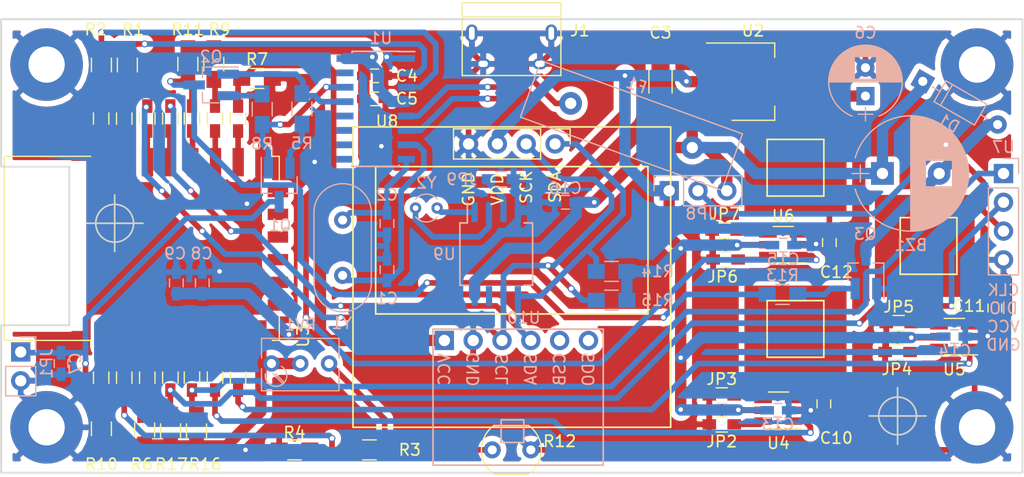
<source format=kicad_pcb>
(kicad_pcb (version 20171130) (host pcbnew "(5.1.0)-1")
  (layers (0 F.Cu signal) (31 B.Cu signal) (34 B.Paste user hide) (35 F.Paste user hide) (36 B.SilkS user) (37 F.SilkS user) (38 B.Mask user) (39 F.Mask user) (44 Edge.Cuts user))
  (net 0 "")
  (net 1 +5V)
  (net 2 "Net-(BZ1-Pad2)")
  (net 3 +3V3)
  (net 4 "Net-(Q1-Pad2)")
  (net 5 BUZZ)
  (net 6 CLK)
  (net 7 DIO)
  (net 8 SCL)
  (net 9 SDA)
  (net 10 SW1)
  (net 11 SW2)
  (net 12 "Net-(U9-Pad1)")
  (net 13 "Net-(U9-Pad7)")
  (net 14 "Net-(C1-Pad1)")
  (net 15 GND)
  (net 16 "Net-(C2-Pad1)")
  (net 17 RST)
  (net 18 "Net-(C10-Pad1)")
  (net 19 "Net-(C11-Pad1)")
  (net 20 "Net-(C12-Pad1)")
  (net 21 "Net-(F1-Pad2)")
  (net 22 "Net-(J1-Pad4)")
  (net 23 "Net-(J1-Pad3)")
  (net 24 "Net-(J1-Pad2)")
  (net 25 "Net-(JP2-Pad2)")
  (net 26 "Net-(JP3-Pad2)")
  (net 27 "Net-(JP4-Pad2)")
  (net 28 "Net-(JP5-Pad2)")
  (net 29 "Net-(JP6-Pad2)")
  (net 30 "Net-(JP7-Pad2)")
  (net 31 "Net-(JP8-Pad2)")
  (net 32 "Net-(JP9-Pad1)")
  (net 33 "Net-(JP10-Pad2)")
  (net 34 "Net-(JP11-Pad2)")
  (net 35 EN)
  (net 36 ADC)
  (net 37 "Net-(JP12-Pad2)")
  (net 38 "Net-(JP19-Pad1)")
  (net 39 "Net-(JP20-Pad1)")
  (net 40 Rx)
  (net 41 GPIO2)
  (net 42 "Net-(JP21-Pad1)")
  (net 43 "Net-(JP22-Pad1)")
  (net 44 Tx)
  (net 45 "Net-(JP23-Pad1)")
  (net 46 "Net-(JP24-Pad1)")
  (net 47 "Net-(JP25-Pad1)")
  (net 48 "Net-(JP26-Pad1)")
  (net 49 "Net-(JP27-Pad1)")
  (net 50 "Net-(JP28-Pad1)")
  (net 51 GPIO15)
  (net 52 "Net-(JP29-Pad1)")
  (net 53 RTS)
  (net 54 "Net-(Q2-Pad2)")
  (net 55 DTR)
  (net 56 "Net-(Q3-Pad2)")
  (net 57 "Net-(R1-Pad2)")
  (net 58 "Net-(R2-Pad2)")
  (net 59 A0)
  (net 60 "Net-(U1-Pad15)")
  (net 61 "Net-(U1-Pad12)")
  (net 62 "Net-(U1-Pad11)")
  (net 63 "Net-(U1-Pad10)")
  (net 64 "Net-(U1-Pad9)")
  (net 65 "Net-(U9-Pad2)")
  (net 66 "Net-(U10-Pad6)")
  (net 67 "Net-(U10-Pad5)")
  (net 68 "Net-(U3-Pad9)")
  (net 69 "Net-(U3-Pad10)")
  (net 70 "Net-(U3-Pad11)")
  (net 71 "Net-(U3-Pad12)")
  (net 72 "Net-(U3-Pad13)")
  (net 73 "Net-(U3-Pad14)")
  (module RF_Modules:ESP-12E (layer F.Cu) (at 167.386 45.212 90)
    (fp_text reference U3 (at -7.747 14.224 90) (layer F.SilkS))
    (fp_text value ESP-12E)
    (pad 1 smd rect (at -7.6 -3.5 90) (size 2.5 1) (layers F.Cu F.Paste F.Mask) (net 33 "Net-(JP10-Pad2)"))
    (pad 2 smd rect (at -7.6 -1.5 90) (size 2.5 1) (layers F.Cu F.Paste F.Mask) (net 37 "Net-(JP12-Pad2)"))
    (pad 3 smd rect (at -7.6 0.5 90) (size 2.5 1) (layers F.Cu F.Paste F.Mask) (net 34 "Net-(JP11-Pad2)"))
    (pad 4 smd rect (at -7.6 2.5 90) (size 2.5 1) (layers F.Cu F.Paste F.Mask) (net 52 "Net-(JP29-Pad1)"))
    (pad 5 smd rect (at -7.6 4.5 90) (size 2.5 1) (layers F.Cu F.Paste F.Mask) (net 49 "Net-(JP27-Pad1)"))
    (pad 6 smd rect (at -7.6 6.5 90) (size 2.5 1) (layers F.Cu F.Paste F.Mask) (net 47 "Net-(JP25-Pad1)"))
    (pad 7 smd rect (at -7.6 8.5 90) (size 2.5 1) (layers F.Cu F.Paste F.Mask) (net 48 "Net-(JP26-Pad1)"))
    (pad 8 smd rect (at -7.6 10.5 90) (size 2.5 1) (layers F.Cu F.Paste F.Mask) (net 3 +3V3))
    (pad 9 smd rect (at -5 12 90) (size 1 1.8) (layers F.Cu F.Paste F.Mask) (net 68 "Net-(U3-Pad9)"))
    (pad 10 smd rect (at -3 12 90) (size 1 1.8) (layers F.Cu F.Paste F.Mask) (net 69 "Net-(U3-Pad10)"))
    (pad 11 smd rect (at -1 12 90) (size 1 1.8) (layers F.Cu F.Paste F.Mask) (net 70 "Net-(U3-Pad11)"))
    (pad 12 smd rect (at 1 12 90) (size 1 1.8) (layers F.Cu F.Paste F.Mask) (net 71 "Net-(U3-Pad12)"))
    (pad 13 smd rect (at 3 12 90) (size 1 1.8) (layers F.Cu F.Paste F.Mask) (net 72 "Net-(U3-Pad13)"))
    (pad 14 smd rect (at 5 12 90) (size 1 1.8) (layers F.Cu F.Paste F.Mask) (net 73 "Net-(U3-Pad14)"))
    (pad 15 smd rect (at 7.6 10.5 90) (size 2.5 1) (layers F.Cu F.Paste F.Mask) (net 15 GND))
    (pad 16 smd rect (at 7.6 8.5 90) (size 2.5 1) (layers F.Cu F.Paste F.Mask) (net 50 "Net-(JP28-Pad1)"))
    (pad 17 smd rect (at 7.6 6.5 90) (size 2.5 1) (layers F.Cu F.Paste F.Mask) (net 42 "Net-(JP21-Pad1)"))
    (pad 18 smd rect (at 7.6 4.5 90) (size 2.5 1) (layers F.Cu F.Paste F.Mask) (net 38 "Net-(JP19-Pad1)"))
    (pad 19 smd rect (at 7.6 2.5 90) (size 2.5 1) (layers F.Cu F.Paste F.Mask) (net 45 "Net-(JP23-Pad1)"))
    (pad 20 smd rect (at 7.6 0.5 90) (size 2.5 1) (layers F.Cu F.Paste F.Mask) (net 46 "Net-(JP24-Pad1)"))
    (pad 21 smd rect (at 7.6 -1.5 90) (size 2.5 1) (layers F.Cu F.Paste F.Mask) (net 43 "Net-(JP22-Pad1)"))
    (pad 22 smd rect (at 7.6 -3.5 90) (size 2.5 1) (layers F.Cu F.Paste F.Mask) (net 39 "Net-(JP20-Pad1)"))
  )
  (module TO_SOT_Packages_SMD:SOT-23_Handsoldering (layer B.Cu) (at 231.206 47.268 90)
    (fp_text reference Q3 (at 3.326 -0.066 180) (layer B.SilkS) (effects (justify mirror)))
    (fp_text value S8050)
    (pad 3 smd rect (at 1.5 0 90) (size 1.9 0.8) (layers B.Cu B.Paste B.Mask) (net 2 "Net-(BZ1-Pad2)"))
    (pad 2 smd rect (at -1.5 -0.95 90) (size 1.9 0.8) (layers B.Cu B.Paste B.Mask) (net 56 "Net-(Q3-Pad2)"))
    (pad 1 smd rect (at -1.5 0.95 90) (size 1.9 0.8) (layers B.Cu B.Paste B.Mask) (net 15 GND))
  )
  (module Pin_Headers:Pin_Header_Straight_1x04_Pitch2.54mm (layer F.Cu) (at 200 36 270)
    (fp_text reference U8 (at -2 11) (layer F.SilkS))
    (fp_text value OLED_SCREEN)
    (fp_text user GND (at 4 3.81 270) (layer F.SilkS))
    (fp_text user VDD (at 4 1.27 270) (layer F.SilkS))
    (fp_text user SDA (at 3.81 -3.81 270) (layer F.SilkS))
    (fp_text user SCK (at 3.81 -1.27 270) (layer F.SilkS))
    (pad 1 thru_hole circle (at 0 3.81 270) (size 1.7 1.7) (drill 1) (layers *.Cu *.Mask) (net 15 GND))
    (pad 2 thru_hole oval (at 0 1.27 270) (size 1.7 1.7) (drill 1) (layers *.Cu *.Mask) (net 3 +3V3))
    (pad 3 thru_hole oval (at 0 -1.27 270) (size 1.7 1.7) (drill 1) (layers *.Cu *.Mask) (net 8 SCL))
    (pad 4 thru_hole circle (at 0 -3.81 270) (size 1.7 1.7) (drill 1) (layers *.Cu *.Mask) (net 9 SDA))
  )
  (module Pin_Headers:Pin_Header_Straight_1x06_Pitch2.54mm (layer B.Cu) (at 194.056 53.34 270)
    (fp_text reference U10 (at -2 -7 180) (layer B.SilkS) (effects (justify mirror)))
    (fp_text value BME280_module)
    (fp_text user VCC (at 2.54 0 270) (layer B.SilkS) (effects (justify mirror)))
    (fp_text user GND (at 2.54 -2.54 270) (layer B.SilkS) (effects (justify mirror)))
    (fp_text user SCL (at 2.54 -5.08 270) (layer B.SilkS) (effects (justify mirror)))
    (fp_text user SDA (at 2.54 -7.62 270) (layer B.SilkS) (effects (justify mirror)))
    (fp_text user CSB (at 2.54 -10.16 270) (layer B.SilkS) (effects (justify mirror)))
    (fp_text user SDO (at 2.54 -12.7 270) (layer B.SilkS) (effects (justify mirror)))
    (pad 1 thru_hole rect (at 0 0 270) (size 1.7 1.7) (drill 1) (layers *.Cu *.Mask) (net 3 +3V3))
    (pad 2 thru_hole oval (at 0 -2.54 270) (size 1.7 1.7) (drill 1) (layers *.Cu *.Mask) (net 15 GND))
    (pad 3 thru_hole oval (at 0 -5.08 270) (size 1.7 1.7) (drill 1) (layers *.Cu *.Mask) (net 8 SCL))
    (pad 4 thru_hole oval (at 0 -7.62 270) (size 1.7 1.7) (drill 1) (layers *.Cu *.Mask) (net 9 SDA))
    (pad 5 thru_hole oval (at 0 -10.16 270) (size 1.7 1.7) (drill 1) (layers *.Cu *.Mask) (net 67 "Net-(U10-Pad5)"))
    (pad 6 thru_hole oval (at 0 -12.7 270) (size 1.7 1.7) (drill 1) (layers *.Cu *.Mask) (net 66 "Net-(U10-Pad6)"))
  )
  (module Housings_SOIC:SOIC-16_3.9x9.9mm_Pitch1.27mm (layer B.Cu) (at 188 32.905 180)
    (fp_text reference U1 (at -0.468 6.235) (layer B.SilkS) (effects (justify mirror)))
    (fp_text value CH340G)
    (pad 16 smd rect (at 2.7 4.445 180) (size 1.5 0.6) (layers B.Cu B.Paste B.Mask) (net 3 +3V3))
    (pad 15 smd rect (at 2.7 3.175 180) (size 1.5 0.6) (layers B.Cu B.Paste B.Mask) (net 60 "Net-(U1-Pad15)"))
    (pad 14 smd rect (at 2.7 1.905 180) (size 1.5 0.6) (layers B.Cu B.Paste B.Mask) (net 53 RTS))
    (pad 13 smd rect (at 2.7 0.635 180) (size 1.5 0.6) (layers B.Cu B.Paste B.Mask) (net 55 DTR))
    (pad 12 smd rect (at 2.7 -0.635 180) (size 1.5 0.6) (layers B.Cu B.Paste B.Mask) (net 61 "Net-(U1-Pad12)"))
    (pad 11 smd rect (at 2.7 -1.905 180) (size 1.5 0.6) (layers B.Cu B.Paste B.Mask) (net 62 "Net-(U1-Pad11)"))
    (pad 10 smd rect (at 2.7 -3.175 180) (size 1.5 0.6) (layers B.Cu B.Paste B.Mask) (net 63 "Net-(U1-Pad10)"))
    (pad 9 smd rect (at 2.7 -4.445 180) (size 1.5 0.6) (layers B.Cu B.Paste B.Mask) (net 64 "Net-(U1-Pad9)"))
    (pad 8 smd rect (at -2.7 -4.445 180) (size 1.5 0.6) (layers B.Cu B.Paste B.Mask) (net 16 "Net-(C2-Pad1)"))
    (pad 7 smd rect (at -2.7 -3.175 180) (size 1.5 0.6) (layers B.Cu B.Paste B.Mask) (net 14 "Net-(C1-Pad1)"))
    (pad 6 smd rect (at -2.7 -1.905 180) (size 1.5 0.6) (layers B.Cu B.Paste B.Mask) (net 24 "Net-(J1-Pad2)"))
    (pad 5 smd rect (at -2.7 -0.635 180) (size 1.5 0.6) (layers B.Cu B.Paste B.Mask) (net 23 "Net-(J1-Pad3)"))
    (pad 4 smd rect (at -2.7 0.635 180) (size 1.5 0.6) (layers B.Cu B.Paste B.Mask) (net 3 +3V3))
    (pad 3 smd rect (at -2.7 1.905 180) (size 1.5 0.6) (layers B.Cu B.Paste B.Mask) (net 58 "Net-(R2-Pad2)"))
    (pad 2 smd rect (at -2.7 3.175 180) (size 1.5 0.6) (layers B.Cu B.Paste B.Mask) (net 57 "Net-(R1-Pad2)"))
    (pad 1 smd rect (at -2.7 4.445 180) (size 1.5 0.6) (layers B.Cu B.Paste B.Mask) (net 15 GND))
  )
  (module Capacitors_SMD:C_0603_HandSoldering (layer F.Cu) (at 187.907 32.025)
    (fp_text reference C5 (at 2.847 -0.021) (layer F.SilkS))
    (fp_text value 10uF)
    (pad 1 smd rect (at -0.95 0) (size 1.2 0.75) (layers F.Cu F.Paste F.Mask) (net 3 +3V3))
    (pad 2 smd rect (at 0.95 0) (size 1.2 0.75) (layers F.Cu F.Paste F.Mask) (net 15 GND))
  )
  (module Capacitors_SMD:C_0603_HandSoldering (layer F.Cu) (at 187.907 29.993)
    (fp_text reference C4 (at 2.847 0) (layer F.SilkS))
    (fp_text value 100nF)
    (pad 2 smd rect (at 0.95 0) (size 1.2 0.75) (layers F.Cu F.Paste F.Mask) (net 15 GND))
    (pad 1 smd rect (at -0.95 0) (size 1.2 0.75) (layers F.Cu F.Paste F.Mask) (net 3 +3V3))
  )
  (module Mounting_Holes:MountingHole_3.2mm_M3_Pad (layer F.Cu) (at 241 61)
    (fp_text reference J5 hide)
    (fp_text value Vis)
    (pad 1 thru_hole circle (at 0 0) (size 6.4 6.4) (drill 3.2) (layers *.Cu *.Mask) (net 15 GND))
  )
  (module Mounting_Holes:MountingHole_3.2mm_M3_Pad (layer F.Cu) (at 241 29)
    (fp_text reference J4 hide)
    (fp_text value Vis)
    (pad 1 thru_hole circle (at 0 0) (size 6.4 6.4) (drill 3.2) (layers *.Cu *.Mask) (net 15 GND))
  )
  (module Mounting_Holes:MountingHole_3.2mm_M3_Pad (layer F.Cu) (at 159 61)
    (fp_text reference J3 hide)
    (fp_text value Vis)
    (pad 1 thru_hole circle (at 0 0) (size 6.4 6.4) (drill 3.2) (layers *.Cu *.Mask) (net 15 GND))
  )
  (module Mounting_Holes:MountingHole_3.2mm_M3_Pad (layer F.Cu) (at 159 29)
    (fp_text reference J2 hide)
    (fp_text value Vis)
    (pad 1 thru_hole circle (at 0 0) (size 6.4 6.4) (drill 3.2) (layers *.Cu *.Mask) (net 15 GND))
  )
  (module Resistors_SMD:R_0603_HandSoldering (layer F.Cu) (at 169.906 56.618 270)
    (fp_text reference JP29 hide)
    (fp_text value Jumper_NC)
    (pad 2 smd rect (at 1.1 0 270) (size 1.2 0.9) (layers F.Cu F.Paste F.Mask) (net 7 DIO))
    (pad 1 smd rect (at -1.1 0 270) (size 1.2 0.9) (layers F.Cu F.Paste F.Mask) (net 52 "Net-(JP29-Pad1)"))
  )
  (module Resistors_SMD:R_0603_HandSoldering (layer F.Cu) (at 175.875 33.758 90)
    (fp_text reference JP28 hide)
    (fp_text value Jumper_NC)
    (pad 2 smd rect (at 1.1 0 90) (size 1.2 0.9) (layers F.Cu F.Paste F.Mask) (net 51 GPIO15))
    (pad 1 smd rect (at -1.1 0 90) (size 1.2 0.9) (layers F.Cu F.Paste F.Mask) (net 50 "Net-(JP28-Pad1)"))
  )
  (module Resistors_SMD:R_0603_HandSoldering (layer F.Cu) (at 171.811 56.618 270)
    (fp_text reference JP27 hide)
    (fp_text value Jumper_NC)
    (pad 2 smd rect (at 1.1 0 270) (size 1.2 0.9) (layers F.Cu F.Paste F.Mask) (net 6 CLK))
    (pad 1 smd rect (at -1.1 0 270) (size 1.2 0.9) (layers F.Cu F.Paste F.Mask) (net 49 "Net-(JP27-Pad1)"))
  )
  (module Resistors_SMD:R_0603_HandSoldering (layer F.Cu) (at 175.875 56.618 270)
    (fp_text reference JP26 hide)
    (fp_text value Jumper_NC)
    (pad 2 smd rect (at 1.1 0 270) (size 1.2 0.9) (layers F.Cu F.Paste F.Mask) (net 11 SW2))
    (pad 1 smd rect (at -1.1 0 270) (size 1.2 0.9) (layers F.Cu F.Paste F.Mask) (net 48 "Net-(JP26-Pad1)"))
  )
  (module Resistors_SMD:R_0603_HandSoldering (layer F.Cu) (at 173.843 56.618 270)
    (fp_text reference JP25 hide)
    (fp_text value Jumper_NC)
    (pad 2 smd rect (at 1.1 0 270) (size 1.2 0.9) (layers F.Cu F.Paste F.Mask) (net 10 SW1))
    (pad 1 smd rect (at -1.1 0 270) (size 1.2 0.9) (layers F.Cu F.Paste F.Mask) (net 47 "Net-(JP25-Pad1)"))
  )
  (module Resistors_SMD:R_0603_HandSoldering (layer F.Cu) (at 167.874 33.758 90)
    (fp_text reference JP24 hide)
    (fp_text value Jumper_NC)
    (pad 2 smd rect (at 1.1 0 90) (size 1.2 0.9) (layers F.Cu F.Paste F.Mask) (net 8 SCL))
    (pad 1 smd rect (at -1.1 0 90) (size 1.2 0.9) (layers F.Cu F.Paste F.Mask) (net 46 "Net-(JP24-Pad1)"))
  )
  (module Resistors_SMD:R_0603_HandSoldering (layer F.Cu) (at 169.906 33.758 90)
    (fp_text reference JP23 hide)
    (fp_text value Jumper_NC)
    (pad 2 smd rect (at 1.1 0 90) (size 1.2 0.9) (layers F.Cu F.Paste F.Mask) (net 9 SDA))
    (pad 1 smd rect (at -1.1 0 90) (size 1.2 0.9) (layers F.Cu F.Paste F.Mask) (net 45 "Net-(JP23-Pad1)"))
  )
  (module Resistors_SMD:R_0603_HandSoldering (layer F.Cu) (at 165.842 33.758 90)
    (fp_text reference JP22 hide)
    (fp_text value Jumper_NC)
    (pad 2 smd rect (at 1.1 0 90) (size 1.2 0.9) (layers F.Cu F.Paste F.Mask) (net 44 Tx))
    (pad 1 smd rect (at -1.1 0 90) (size 1.2 0.9) (layers F.Cu F.Paste F.Mask) (net 43 "Net-(JP22-Pad1)"))
  )
  (module Resistors_SMD:R_0603_HandSoldering (layer F.Cu) (at 173.843 33.758 90)
    (fp_text reference JP21 hide)
    (fp_text value Jumper_NC)
    (pad 2 smd rect (at 1.1 0 90) (size 1.2 0.9) (layers F.Cu F.Paste F.Mask) (net 41 GPIO2))
    (pad 1 smd rect (at -1.1 0 90) (size 1.2 0.9) (layers F.Cu F.Paste F.Mask) (net 42 "Net-(JP21-Pad1)"))
  )
  (module Resistors_SMD:R_0603_HandSoldering (layer F.Cu) (at 163.81 33.758 90)
    (fp_text reference JP20 hide)
    (fp_text value Jumper_NC)
    (pad 2 smd rect (at 1.1 0 90) (size 1.2 0.9) (layers F.Cu F.Paste F.Mask) (net 40 Rx))
    (pad 1 smd rect (at -1.1 0 90) (size 1.2 0.9) (layers F.Cu F.Paste F.Mask) (net 39 "Net-(JP20-Pad1)"))
  )
  (module Resistors_SMD:R_0603_HandSoldering (layer F.Cu) (at 171.811 33.758 90)
    (fp_text reference JP19 hide)
    (fp_text value Jumper_NC)
    (pad 2 smd rect (at 1.1 0 90) (size 1.2 0.9) (layers F.Cu F.Paste F.Mask) (net 5 BUZZ))
    (pad 1 smd rect (at -1.1 0 90) (size 1.2 0.9) (layers F.Cu F.Paste F.Mask) (net 38 "Net-(JP19-Pad1)"))
  )
  (module Resistors_SMD:R_0603_HandSoldering (layer F.Cu) (at 165.842 56.618 90)
    (fp_text reference JP12 hide)
    (fp_text value Jumper_NC)
    (pad 2 smd rect (at 1.1 0 90) (size 1.2 0.9) (layers F.Cu F.Paste F.Mask) (net 37 "Net-(JP12-Pad2)"))
    (pad 1 smd rect (at -1.1 0 90) (size 1.2 0.9) (layers F.Cu F.Paste F.Mask) (net 36 ADC))
  )
  (module Resistors_SMD:R_0603_HandSoldering (layer F.Cu) (at 167.874 56.618 90)
    (fp_text reference JP11 hide)
    (fp_text value Jumper_NC)
    (pad 2 smd rect (at 1.1 0 90) (size 1.2 0.9) (layers F.Cu F.Paste F.Mask) (net 34 "Net-(JP11-Pad2)"))
    (pad 1 smd rect (at -1.1 0 90) (size 1.2 0.9) (layers F.Cu F.Paste F.Mask) (net 35 EN))
  )
  (module Resistors_SMD:R_0603_HandSoldering (layer F.Cu) (at 163.81 56.618 90)
    (fp_text reference JP10 hide)
    (fp_text value Jumper_NC)
    (pad 2 smd rect (at 1.1 0 90) (size 1.2 0.9) (layers F.Cu F.Paste F.Mask) (net 33 "Net-(JP10-Pad2)"))
    (pad 1 smd rect (at -1.1 0 90) (size 1.2 0.9) (layers F.Cu F.Paste F.Mask) (net 17 RST))
  )
  (module Resistors_SMD:R_0603_HandSoldering (layer B.Cu) (at 199.052 39.116)
    (fp_text reference JP9 (at -3.472 0) (layer B.SilkS) (effects (justify mirror)))
    (fp_text value Jumper)
    (pad 1 smd rect (at -1.1 0) (size 1.2 0.9) (layers B.Cu B.Paste B.Mask) (net 32 "Net-(JP9-Pad1)"))
    (pad 2 smd rect (at 1.1 0) (size 1.2 0.9) (layers B.Cu B.Paste B.Mask) (net 15 GND))
  )
  (module Resistors_SMD:R_0603_HandSoldering (layer F.Cu) (at 218.758 43.6552)
    (fp_text reference JP7 (at 0 -1.4912) (layer F.SilkS))
    (fp_text value AHLB3)
    (pad 1 smd rect (at -1.1 0) (size 1.2 0.9) (layers F.Cu F.Paste F.Mask) (net 15 GND))
    (pad 2 smd rect (at 1.1 0) (size 1.2 0.9) (layers F.Cu F.Paste F.Mask) (net 30 "Net-(JP7-Pad2)"))
  )
  (module Resistors_SMD:R_0603_HandSoldering (layer F.Cu) (at 218.842 46.1952)
    (fp_text reference JP6 (at -0.254 1.524) (layer F.SilkS))
    (fp_text value TOG3)
    (pad 1 smd rect (at -1.1 0) (size 1.2 0.9) (layers F.Cu F.Paste F.Mask) (net 15 GND))
    (pad 2 smd rect (at 1.1 0) (size 1.2 0.9) (layers F.Cu F.Paste F.Mask) (net 29 "Net-(JP6-Pad2)"))
  )
  (module Resistors_SMD:R_0603_HandSoldering (layer F.Cu) (at 234.1 51.816)
    (fp_text reference JP5 (at 0 -1.45) (layer F.SilkS))
    (fp_text value AHLB2)
    (pad 1 smd rect (at -1.1 0) (size 1.2 0.9) (layers F.Cu F.Paste F.Mask) (net 15 GND))
    (pad 2 smd rect (at 1.1 0) (size 1.2 0.9) (layers F.Cu F.Paste F.Mask) (net 28 "Net-(JP5-Pad2)"))
  )
  (module Resistors_SMD:R_0603_HandSoldering (layer F.Cu) (at 234 54.356)
    (fp_text reference JP4 (at -0.066 1.524) (layer F.SilkS))
    (fp_text value TOG2)
    (pad 1 smd rect (at -1.1 0) (size 1.2 0.9) (layers F.Cu F.Paste F.Mask) (net 15 GND))
    (pad 2 smd rect (at 1.1 0) (size 1.2 0.9) (layers F.Cu F.Paste F.Mask) (net 27 "Net-(JP4-Pad2)"))
  )
  (module Resistors_SMD:R_0603_HandSoldering (layer F.Cu) (at 218.5 58.196)
    (fp_text reference JP3 (at 0 -1.45) (layer F.SilkS))
    (fp_text value AHLB1)
    (pad 1 smd rect (at -1.1 0) (size 1.2 0.9) (layers F.Cu F.Paste F.Mask) (net 15 GND))
    (pad 2 smd rect (at 1.1 0) (size 1.2 0.9) (layers F.Cu F.Paste F.Mask) (net 26 "Net-(JP3-Pad2)"))
  )
  (module Resistors_SMD:R_0603_HandSoldering (layer F.Cu) (at 218.5 60.736)
    (fp_text reference JP2 (at 0 1.524) (layer F.SilkS))
    (fp_text value TOG1)
    (pad 1 smd rect (at -1.1 0) (size 1.2 0.9) (layers F.Cu F.Paste F.Mask) (net 15 GND))
    (pad 2 smd rect (at 1.1 0) (size 1.2 0.9) (layers F.Cu F.Paste F.Mask) (net 25 "Net-(JP2-Pad2)"))
  )
  (module Capacitors_SMD:C_0603_HandSoldering (layer B.Cu) (at 172.72 48.26 90)
    (fp_text reference C8 (at 2.594 -0.056 180) (layer B.SilkS) (effects (justify mirror)))
    (fp_text value 10uF)
    (pad 2 smd rect (at 0.95 0 90) (size 1.2 0.75) (layers B.Cu B.Paste B.Mask) (net 15 GND))
    (pad 1 smd rect (at -0.95 0 90) (size 1.2 0.75) (layers B.Cu B.Paste B.Mask) (net 3 +3V3))
  )
  (module Capacitors_THT:CP_Radial_D10.0mm_P5.00mm (layer B.Cu) (at 232.664 38.608)
    (fp_text reference BZ1 (at 2.5 6.31) (layer B.SilkS) (effects (justify mirror)))
    (fp_text value Buzzer)
    (pad 2 thru_hole circle (at 5 0) (size 2 2) (drill 1) (layers *.Cu *.Mask) (net 2 "Net-(BZ1-Pad2)"))
    (pad 1 thru_hole rect (at 0 0) (size 2 2) (drill 1) (layers *.Cu *.Mask) (net 1 +5V))
  )
  (module Capacitors_SMD:C_0603_HandSoldering (layer B.Cu) (at 189 47.089 90)
    (fp_text reference C1 (at -2.54 0) (layer B.SilkS) (effects (justify mirror)))
    (fp_text value 22pF)
    (pad 1 smd rect (at -0.95 0 90) (size 1.2 0.75) (layers B.Cu B.Paste B.Mask) (net 14 "Net-(C1-Pad1)"))
    (pad 2 smd rect (at 0.95 0 90) (size 1.2 0.75) (layers B.Cu B.Paste B.Mask) (net 15 GND))
  )
  (module Capacitors_SMD:C_0603_HandSoldering (layer B.Cu) (at 189 43.025 270)
    (fp_text reference C2 (at -2.54 0 180) (layer B.SilkS) (effects (justify mirror)))
    (fp_text value 22pF)
    (pad 1 smd rect (at -0.95 0 270) (size 1.2 0.75) (layers B.Cu B.Paste B.Mask) (net 16 "Net-(C2-Pad1)"))
    (pad 2 smd rect (at 0.95 0 270) (size 1.2 0.75) (layers B.Cu B.Paste B.Mask) (net 15 GND))
  )
  (module Capacitors_SMD:C_1206_HandSoldering (layer F.Cu) (at 213.106 30.508 90)
    (fp_text reference C3 (at 4.318 0 180) (layer F.SilkS))
    (fp_text value 10uF)
    (pad 2 smd rect (at 2 0 90) (size 2 1.6) (layers F.Cu F.Paste F.Mask) (net 15 GND))
    (pad 1 smd rect (at -2 0 90) (size 2 1.6) (layers F.Cu F.Paste F.Mask) (net 1 +5V))
  )
  (module Capacitors_THT:CP_Radial_D6.3mm_P2.50mm (layer B.Cu) (at 231.168 31.778 90)
    (fp_text reference C6 (at 5.588 0) (layer B.SilkS) (effects (justify mirror)))
    (fp_text value 100uF)
    (pad 2 thru_hole circle (at 2.5 0 90) (size 1.6 1.6) (drill 0.8) (layers *.Cu *.Mask) (net 15 GND))
    (pad 1 thru_hole rect (at 0 0 90) (size 1.6 1.6) (drill 0.8) (layers *.Cu *.Mask) (net 3 +3V3))
  )
  (module Capacitors_SMD:C_0603_HandSoldering (layer B.Cu) (at 160.274 55.372 270)
    (fp_text reference C7 (at 0 -1.27 270) (layer B.SilkS) (effects (justify mirror)))
    (fp_text value 100nF)
    (pad 2 smd rect (at 0.95 0 270) (size 1.2 0.75) (layers B.Cu B.Paste B.Mask) (net 15 GND))
    (pad 1 smd rect (at -0.95 0 270) (size 1.2 0.75) (layers B.Cu B.Paste B.Mask) (net 17 RST))
  )
  (module Capacitors_SMD:C_0603_HandSoldering (layer B.Cu) (at 170.434 48.26 90)
    (fp_text reference C9 (at 2.594 -0.104 180) (layer B.SilkS) (effects (justify mirror)))
    (fp_text value 100nF)
    (pad 2 smd rect (at 0.95 0 90) (size 1.2 0.75) (layers B.Cu B.Paste B.Mask) (net 15 GND))
    (pad 1 smd rect (at -0.95 0 90) (size 1.2 0.75) (layers B.Cu B.Paste B.Mask) (net 3 +3V3))
  )
  (module Capacitors_SMD:C_0603_HandSoldering (layer F.Cu) (at 227.5 58.928 270)
    (fp_text reference C10 (at 3.018 -1.1) (layer F.SilkS))
    (fp_text value 22pF)
    (pad 1 smd rect (at -0.95 0 270) (size 1.2 0.75) (layers F.Cu F.Paste F.Mask) (net 18 "Net-(C10-Pad1)"))
    (pad 2 smd rect (at 0.95 0 270) (size 1.2 0.75) (layers F.Cu F.Paste F.Mask) (net 15 GND))
  )
  (module Capacitors_SMD:C_0603_HandSoldering (layer F.Cu) (at 242.57 50.48 270)
    (fp_text reference C11 (at -0.188 2.286 180) (layer F.SilkS))
    (fp_text value 22pF)
    (pad 2 smd rect (at 0.95 0 270) (size 1.2 0.75) (layers F.Cu F.Paste F.Mask) (net 15 GND))
    (pad 1 smd rect (at -0.95 0 270) (size 1.2 0.75) (layers F.Cu F.Paste F.Mask) (net 19 "Net-(C11-Pad1)"))
  )
  (module Capacitors_SMD:C_0603_HandSoldering (layer F.Cu) (at 227.986 44.704 270)
    (fp_text reference C12 (at 2.6048 -0.614) (layer F.SilkS))
    (fp_text value 22pF)
    (pad 2 smd rect (at 0.95 0 270) (size 1.2 0.75) (layers F.Cu F.Paste F.Mask) (net 15 GND))
    (pad 1 smd rect (at -0.95 0 270) (size 1.2 0.75) (layers F.Cu F.Paste F.Mask) (net 20 "Net-(C12-Pad1)"))
  )
  (module Capacitors_SMD:C_0603_HandSoldering (layer B.Cu) (at 223.454 59.5)
    (fp_text reference C13 (at 0 1.25 180) (layer B.SilkS) (effects (justify mirror)))
    (fp_text value 100nF)
    (pad 2 smd rect (at 0.95 0) (size 1.2 0.75) (layers B.Cu B.Paste B.Mask) (net 15 GND))
    (pad 1 smd rect (at -0.95 0) (size 1.2 0.75) (layers B.Cu B.Paste B.Mask) (net 3 +3V3))
  )
  (module Capacitors_SMD:C_0603_HandSoldering (layer B.Cu) (at 239.014 53)
    (fp_text reference C14 (at 0.02 1.26) (layer B.SilkS) (effects (justify mirror)))
    (fp_text value 100nF)
    (pad 1 smd rect (at -0.95 0) (size 1.2 0.75) (layers B.Cu B.Paste B.Mask) (net 3 +3V3))
    (pad 2 smd rect (at 0.95 0) (size 1.2 0.75) (layers B.Cu B.Paste B.Mask) (net 15 GND))
  )
  (module Capacitors_SMD:C_0603_HandSoldering (layer B.Cu) (at 223.922 44.9252)
    (fp_text reference C15 (at 0 1.25) (layer B.SilkS) (effects (justify mirror)))
    (fp_text value 100nF)
    (pad 1 smd rect (at -0.95 0) (size 1.2 0.75) (layers B.Cu B.Paste B.Mask) (net 3 +3V3))
    (pad 2 smd rect (at 0.95 0) (size 1.2 0.75) (layers B.Cu B.Paste B.Mask) (net 15 GND))
  )
  (module Capacitors_SMD:C_0603_HandSoldering (layer B.Cu) (at 204.724 41.148 180)
    (fp_text reference C16 (at 0 1.25 180) (layer B.SilkS) (effects (justify mirror)))
    (fp_text value 100nF)
    (pad 2 smd rect (at 0.95 0 180) (size 1.2 0.75) (layers B.Cu B.Paste B.Mask) (net 15 GND))
    (pad 1 smd rect (at -0.95 0 180) (size 1.2 0.75) (layers B.Cu B.Paste B.Mask) (net 1 +5V))
  )
  (module Diodes_THT:D_DO-35_SOD27_P7.62mm_Horizontal (layer B.Cu) (at 236.22 30.48 330)
    (fp_text reference D1 (at 3.81 2.06 330) (layer B.SilkS) (effects (justify mirror)))
    (fp_text value 1N4448)
    (pad 2 thru_hole oval (at 7.62 0 330) (size 1.6 1.6) (drill 0.8) (layers *.Cu *.Mask) (net 2 "Net-(BZ1-Pad2)"))
    (pad 1 thru_hole rect (at 0 0 330) (size 1.6 1.6) (drill 0.8) (layers *.Cu *.Mask) (net 1 +5V))
  )
  (module Fuse_Holders_and_Fuses:Fuse_Littelfuse-LVR100 (layer B.Cu) (at 215.9 36.322 160)
    (fp_text reference F1 (at 6.5 3.5 160) (layer B.SilkS) (effects (justify mirror)))
    (fp_text value 1A)
    (pad 2 thru_hole circle (at 11.4 0 160) (size 2 2) (drill 1) (layers *.Cu *.Mask) (net 21 "Net-(F1-Pad2)"))
    (pad 1 thru_hole circle (at 0 0 160) (size 2 2) (drill 1) (layers *.Cu *.Mask) (net 1 +5V))
  )
  (module Connectors:USB_Micro-B (layer F.Cu) (at 199.976 27.587 180)
    (fp_text reference J1 (at -6.024 1.587 180) (layer F.SilkS))
    (fp_text value USB_OTG)
    (pad 6 thru_hole oval (at 3.5 1.35 270) (size 1.55 1) (drill oval 1.15 0.5) (layers *.Cu *.Mask) (net 15 GND))
    (pad 6 thru_hole oval (at -3.5 1.35 270) (size 1.55 1) (drill oval 1.15 0.5) (layers *.Cu *.Mask) (net 15 GND))
    (pad 6 thru_hole oval (at 2.5 -1.35 270) (size 0.95 1.25) (drill oval 0.55 0.85) (layers *.Cu *.Mask) (net 15 GND))
    (pad 6 thru_hole oval (at -2.5 -1.35 270) (size 0.95 1.25) (drill oval 0.55 0.85) (layers *.Cu *.Mask) (net 15 GND))
    (pad 5 smd rect (at 1.3 -1.35 270) (size 1.35 0.4) (layers F.Cu F.Paste F.Mask) (net 15 GND))
    (pad 4 smd rect (at 0.65 -1.35 270) (size 1.35 0.4) (layers F.Cu F.Paste F.Mask) (net 22 "Net-(J1-Pad4)"))
    (pad 3 smd rect (at 0 -1.35 270) (size 1.35 0.4) (layers F.Cu F.Paste F.Mask) (net 23 "Net-(J1-Pad3)"))
    (pad 2 smd rect (at -0.65 -1.35 270) (size 1.35 0.4) (layers F.Cu F.Paste F.Mask) (net 24 "Net-(J1-Pad2)"))
    (pad 1 smd rect (at -1.3 -1.35 270) (size 1.35 0.4) (layers F.Cu F.Paste F.Mask) (net 21 "Net-(F1-Pad2)"))
  )
  (module SMD_Packages:1Pin (layer F.Cu) (at 225 52.324)
    (fp_text reference J6 hide)
    (fp_text value PAD1)
    (pad 1 smd rect (at 0 0) (size 4.064 4.064) (layers F.Cu F.Paste F.Mask) (net 18 "Net-(C10-Pad1)"))
  )
  (module SMD_Packages:1Pin (layer F.Cu) (at 236.728 45)
    (fp_text reference J7 hide)
    (fp_text value PAD2)
    (pad 1 smd rect (at 0 0) (size 4.064 4.064) (layers F.Cu F.Paste F.Mask) (net 19 "Net-(C11-Pad1)"))
  )
  (module SMD_Packages:1Pin (layer F.Cu) (at 225 38.1)
    (fp_text reference J8 hide)
    (fp_text value PAD3)
    (pad 1 smd rect (at 0 0) (size 4.064 4.064) (layers F.Cu F.Paste F.Mask) (net 20 "Net-(C12-Pad1)"))
  )
  (module Pin_Headers:Pin_Header_Straight_1x02_Pitch2.54mm (layer B.Cu) (at 156.718 54.356 180)
    (fp_text reference JP1 (at -2.286 -1.016 90) (layer B.SilkS) (effects (justify mirror)))
    (fp_text value Jumper)
    (pad 2 thru_hole oval (at 0 -2.54 180) (size 1.7 1.7) (drill 1) (layers *.Cu *.Mask) (net 15 GND))
    (pad 1 thru_hole rect (at 0 0 180) (size 1.7 1.7) (drill 1) (layers *.Cu *.Mask) (net 17 RST))
  )
  (module Pin_Headers:Pin_Header_Straight_1x03_Pitch2.54mm (layer B.Cu) (at 213.868 40.132 270)
    (fp_text reference JP8 (at 2.032 -2.794) (layer B.SilkS) (effects (justify mirror)))
    (fp_text value V_7SEG_SEL)
    (pad 3 thru_hole oval (at 0 -5.08 270) (size 1.7 1.7) (drill 1) (layers *.Cu *.Mask) (net 1 +5V))
    (pad 2 thru_hole oval (at 0 -2.54 270) (size 1.7 1.7) (drill 1) (layers *.Cu *.Mask) (net 31 "Net-(JP8-Pad2)"))
    (pad 1 thru_hole rect (at 0 0 270) (size 1.7 1.7) (drill 1) (layers *.Cu *.Mask) (net 3 +3V3))
  )
  (module TO_SOT_Packages_SMD:SOT-23_Handsoldering (layer B.Cu) (at 179.5 39.6 270)
    (fp_text reference Q1 (at 3.58 -0.078) (layer B.SilkS) (effects (justify mirror)))
    (fp_text value S8050)
    (pad 1 smd rect (at -1.5 0.95 270) (size 1.9 0.8) (layers B.Cu B.Paste B.Mask) (net 53 RTS))
    (pad 2 smd rect (at -1.5 -0.95 270) (size 1.9 0.8) (layers B.Cu B.Paste B.Mask) (net 4 "Net-(Q1-Pad2)"))
    (pad 3 smd rect (at 1.5 0 270) (size 1.9 0.8) (layers B.Cu B.Paste B.Mask) (net 17 RST))
  )
  (module TO_SOT_Packages_SMD:SOT-23_Handsoldering (layer B.Cu) (at 173.5 30.795 180)
    (fp_text reference Q2 (at 0 2.5 180) (layer B.SilkS) (effects (justify mirror)))
    (fp_text value S8050)
    (pad 3 smd rect (at 1.5 0 180) (size 1.9 0.8) (layers B.Cu B.Paste B.Mask) (net 5 BUZZ))
    (pad 2 smd rect (at -1.5 -0.95 180) (size 1.9 0.8) (layers B.Cu B.Paste B.Mask) (net 54 "Net-(Q2-Pad2)"))
    (pad 1 smd rect (at -1.5 0.95 180) (size 1.9 0.8) (layers B.Cu B.Paste B.Mask) (net 55 DTR))
  )
  (module Resistors_SMD:R_0805_HandSoldering (layer F.Cu) (at 166.116 29.036 90)
    (fp_text reference R1 (at 3.128 0.508 180) (layer F.SilkS))
    (fp_text value 470)
    (pad 1 smd rect (at -1.35 0 90) (size 1.5 1.3) (layers F.Cu F.Paste F.Mask) (net 44 Tx))
    (pad 2 smd rect (at 1.35 0 90) (size 1.5 1.3) (layers F.Cu F.Paste F.Mask) (net 57 "Net-(R1-Pad2)"))
  )
  (module Resistors_SMD:R_0805_HandSoldering (layer F.Cu) (at 163.83 29.036 90)
    (fp_text reference R2 (at 3.128 -0.508 180) (layer F.SilkS))
    (fp_text value 470)
    (pad 1 smd rect (at -1.35 0 90) (size 1.5 1.3) (layers F.Cu F.Paste F.Mask) (net 40 Rx))
    (pad 2 smd rect (at 1.35 0 90) (size 1.5 1.3) (layers F.Cu F.Paste F.Mask) (net 58 "Net-(R2-Pad2)"))
  )
  (module Resistors_SMD:R_0805_HandSoldering (layer F.Cu) (at 187.452 62.992 180)
    (fp_text reference R3 (at -3.556 0 180) (layer F.SilkS))
    (fp_text value 220k)
    (pad 2 smd rect (at 1.35 0 180) (size 1.5 1.3) (layers F.Cu F.Paste F.Mask) (net 36 ADC))
    (pad 1 smd rect (at -1.35 0 180) (size 1.5 1.3) (layers F.Cu F.Paste F.Mask) (net 59 A0))
  )
  (module Resistors_SMD:R_0805_HandSoldering (layer F.Cu) (at 180.848 62.992 180)
    (fp_text reference R4 (at 0 1.524 180) (layer F.SilkS))
    (fp_text value 100k)
    (pad 1 smd rect (at -1.35 0 180) (size 1.5 1.3) (layers F.Cu F.Paste F.Mask) (net 36 ADC))
    (pad 2 smd rect (at 1.35 0 180) (size 1.5 1.3) (layers F.Cu F.Paste F.Mask) (net 15 GND))
  )
  (module Resistors_SMD:R_0805_HandSoldering (layer B.Cu) (at 181.5 32.905 90)
    (fp_text reference R5 (at -3.048 0 180) (layer B.SilkS) (effects (justify mirror)))
    (fp_text value 10k)
    (pad 1 smd rect (at -1.35 0 90) (size 1.5 1.3) (layers B.Cu B.Paste B.Mask) (net 4 "Net-(Q1-Pad2)"))
    (pad 2 smd rect (at 1.35 0 90) (size 1.5 1.3) (layers B.Cu B.Paste B.Mask) (net 55 DTR))
  )
  (module Resistors_SMD:R_0805_HandSoldering (layer F.Cu) (at 167.64 61.214 90)
    (fp_text reference R6 (at -3.048 -0.254 180) (layer F.SilkS))
    (fp_text value 10k)
    (pad 2 smd rect (at 1.35 0 90) (size 1.5 1.3) (layers F.Cu F.Paste F.Mask) (net 35 EN))
    (pad 1 smd rect (at -1.35 0 90) (size 1.5 1.3) (layers F.Cu F.Paste F.Mask) (net 3 +3V3))
  )
  (module Resistors_SMD:R_0805_HandSoldering (layer F.Cu) (at 177.546 30.226)
    (fp_text reference R7 (at 0 -1.7) (layer F.SilkS))
    (fp_text value 10k)
    (pad 2 smd rect (at 1.35 0) (size 1.5 1.3) (layers F.Cu F.Paste F.Mask) (net 15 GND))
    (pad 1 smd rect (at -1.35 0) (size 1.5 1.3) (layers F.Cu F.Paste F.Mask) (net 51 GPIO15))
  )
  (module Resistors_SMD:R_0805_HandSoldering (layer B.Cu) (at 178 32.94 270)
    (fp_text reference R8 (at 3.048 0 180) (layer B.SilkS) (effects (justify mirror)))
    (fp_text value 10k)
    (pad 2 smd rect (at 1.35 0 270) (size 1.5 1.3) (layers B.Cu B.Paste B.Mask) (net 53 RTS))
    (pad 1 smd rect (at -1.35 0 270) (size 1.5 1.3) (layers B.Cu B.Paste B.Mask) (net 54 "Net-(Q2-Pad2)"))
  )
  (module Resistors_SMD:R_0805_HandSoldering (layer F.Cu) (at 173.736 28.956 270)
    (fp_text reference R9 (at -3.048 -0.508) (layer F.SilkS))
    (fp_text value 10k)
    (pad 1 smd rect (at -1.35 0 270) (size 1.5 1.3) (layers F.Cu F.Paste F.Mask) (net 3 +3V3))
    (pad 2 smd rect (at 1.35 0 270) (size 1.5 1.3) (layers F.Cu F.Paste F.Mask) (net 41 GPIO2))
  )
  (module Resistors_SMD:R_0805_HandSoldering (layer F.Cu) (at 163.83 61.134 90)
    (fp_text reference R10 (at -3.128 0 180) (layer F.SilkS))
    (fp_text value 10k)
    (pad 1 smd rect (at -1.35 0 90) (size 1.5 1.3) (layers F.Cu F.Paste F.Mask) (net 3 +3V3))
    (pad 2 smd rect (at 1.35 0 90) (size 1.5 1.3) (layers F.Cu F.Paste F.Mask) (net 17 RST))
  )
  (module Resistors_SMD:R_0805_HandSoldering (layer F.Cu) (at 171.45 28.956 270)
    (fp_text reference R11 (at -3.048 0) (layer F.SilkS))
    (fp_text value 10k)
    (pad 2 smd rect (at 1.35 0 270) (size 1.5 1.3) (layers F.Cu F.Paste F.Mask) (net 5 BUZZ))
    (pad 1 smd rect (at -1.35 0 270) (size 1.5 1.3) (layers F.Cu F.Paste F.Mask) (net 3 +3V3))
  )
  (module Opto-Devices:Resistor_LDR_5.1x4.3_RM3.4 (layer F.Cu) (at 198.276 62.992)
    (fp_text reference R12 (at 5.94 -0.762) (layer F.SilkS))
    (fp_text value R_PHOTO)
    (pad 2 thru_hole circle (at 3.4 0) (size 1.5 1.5) (drill 0.8) (layers *.Cu *.Mask) (net 15 GND))
    (pad 1 thru_hole circle (at 0 0) (size 1.5 1.5) (drill 0.8) (layers *.Cu *.Mask) (net 59 A0))
  )
  (module Resistors_SMD:R_0805_HandSoldering (layer B.Cu) (at 223.854 49.276 180)
    (fp_text reference R13 (at 0 1.7 180) (layer B.SilkS) (effects (justify mirror)))
    (fp_text value 2.2k)
    (pad 2 smd rect (at 1.35 0 180) (size 1.5 1.3) (layers B.Cu B.Paste B.Mask) (net 5 BUZZ))
    (pad 1 smd rect (at -1.35 0 180) (size 1.5 1.3) (layers B.Cu B.Paste B.Mask) (net 56 "Net-(Q3-Pad2)"))
  )
  (module Resistors_SMD:R_0805_HandSoldering (layer B.Cu) (at 208.788 47.244 180)
    (fp_text reference R14 (at -4.064 0 180) (layer B.SilkS) (effects (justify mirror)))
    (fp_text value 10k)
    (pad 1 smd rect (at -1.35 0 180) (size 1.5 1.3) (layers B.Cu B.Paste B.Mask) (net 3 +3V3))
    (pad 2 smd rect (at 1.35 0 180) (size 1.5 1.3) (layers B.Cu B.Paste B.Mask) (net 9 SDA))
  )
  (module Resistors_SMD:R_0805_HandSoldering (layer B.Cu) (at 208.788 49.784 180)
    (fp_text reference R15 (at -4.064 0 180) (layer B.SilkS) (effects (justify mirror)))
    (fp_text value 10k)
    (pad 2 smd rect (at 1.35 0 180) (size 1.5 1.3) (layers B.Cu B.Paste B.Mask) (net 8 SCL))
    (pad 1 smd rect (at -1.35 0 180) (size 1.5 1.3) (layers B.Cu B.Paste B.Mask) (net 3 +3V3))
  )
  (module Resistors_SMD:R_0805_HandSoldering (layer F.Cu) (at 172.212 61.294 90)
    (fp_text reference R16 (at -2.968 0.762 180) (layer F.SilkS))
    (fp_text value 10k)
    (pad 2 smd rect (at 1.35 0 90) (size 1.5 1.3) (layers F.Cu F.Paste F.Mask) (net 6 CLK))
    (pad 1 smd rect (at -1.35 0 90) (size 1.5 1.3) (layers F.Cu F.Paste F.Mask) (net 3 +3V3))
  )
  (module Resistors_SMD:R_0805_HandSoldering (layer F.Cu) (at 169.926 61.294 90)
    (fp_text reference R17 (at -2.968 0.074 180) (layer F.SilkS))
    (fp_text value 10k)
    (pad 1 smd rect (at -1.35 0 90) (size 1.5 1.3) (layers F.Cu F.Paste F.Mask) (net 3 +3V3))
    (pad 2 smd rect (at 1.35 0 90) (size 1.5 1.3) (layers F.Cu F.Paste F.Mask) (net 7 DIO))
  )
  (module Potentiometers:Potentiometer_Trimmer_Bourns_3266Y (layer B.Cu) (at 178.816 55.372 180)
    (fp_text reference RV1 (at -2.54 3.41 180) (layer B.SilkS) (effects (justify mirror)))
    (fp_text value R_POT)
    (pad 3 thru_hole circle (at -5.08 0 180) (size 1.44 1.44) (drill 0.8) (layers *.Cu *.Mask) (net 59 A0))
    (pad 2 thru_hole circle (at -2.54 0 180) (size 1.44 1.44) (drill 0.8) (layers *.Cu *.Mask) (net 3 +3V3))
    (pad 1 thru_hole circle (at 0 0 180) (size 1.44 1.44) (drill 0.8) (layers *.Cu *.Mask) (net 3 +3V3))
  )
  (module TO_SOT_Packages_SMD:SOT-223-3_TabPin2 (layer F.Cu) (at 221.262 30.508)
    (fp_text reference U2 (at 0 -4.5) (layer F.SilkS))
    (fp_text value AMS1117-3.3)
    (pad 1 smd rect (at -3.15 -2.3) (size 2 1.5) (layers F.Cu F.Paste F.Mask) (net 15 GND))
    (pad 3 smd rect (at -3.15 2.3) (size 2 1.5) (layers F.Cu F.Paste F.Mask) (net 1 +5V))
    (pad 2 smd rect (at -3.15 0) (size 2 1.5) (layers F.Cu F.Paste F.Mask) (net 3 +3V3))
    (pad 2 smd rect (at 3.15 0) (size 2 3.8) (layers F.Cu F.Paste F.Mask) (net 3 +3V3))
  )
  (module TO_SOT_Packages_SMD:SOT-23-6_Handsoldering (layer F.Cu) (at 223.5 59.5 180)
    (fp_text reference U4 (at 0 -2.9 180) (layer F.SilkS))
    (fp_text value TTP223)
    (pad 1 smd rect (at -1.35 -0.95 180) (size 1.56 0.65) (layers F.Cu F.Paste F.Mask) (net 10 SW1))
    (pad 2 smd rect (at -1.35 0 180) (size 1.56 0.65) (layers F.Cu F.Paste F.Mask) (net 15 GND))
    (pad 3 smd rect (at -1.35 0.95 180) (size 1.56 0.65) (layers F.Cu F.Paste F.Mask) (net 18 "Net-(C10-Pad1)"))
    (pad 4 smd rect (at 1.35 0.95 180) (size 1.56 0.65) (layers F.Cu F.Paste F.Mask) (net 26 "Net-(JP3-Pad2)"))
    (pad 6 smd rect (at 1.35 -0.95 180) (size 1.56 0.65) (layers F.Cu F.Paste F.Mask) (net 25 "Net-(JP2-Pad2)"))
    (pad 5 smd rect (at 1.35 0 180) (size 1.56 0.65) (layers F.Cu F.Paste F.Mask) (net 3 +3V3))
  )
  (module TO_SOT_Packages_SMD:SOT-23-6_Handsoldering (layer F.Cu) (at 239 53 180)
    (fp_text reference U5 (at 0 -2.9 180) (layer F.SilkS))
    (fp_text value TTP223)
    (pad 5 smd rect (at 1.35 0 180) (size 1.56 0.65) (layers F.Cu F.Paste F.Mask) (net 3 +3V3))
    (pad 6 smd rect (at 1.35 -0.95 180) (size 1.56 0.65) (layers F.Cu F.Paste F.Mask) (net 27 "Net-(JP4-Pad2)"))
    (pad 4 smd rect (at 1.35 0.95 180) (size 1.56 0.65) (layers F.Cu F.Paste F.Mask) (net 28 "Net-(JP5-Pad2)"))
    (pad 3 smd rect (at -1.35 0.95 180) (size 1.56 0.65) (layers F.Cu F.Paste F.Mask) (net 19 "Net-(C11-Pad1)"))
    (pad 2 smd rect (at -1.35 0 180) (size 1.56 0.65) (layers F.Cu F.Paste F.Mask) (net 15 GND))
    (pad 1 smd rect (at -1.35 -0.95 180) (size 1.56 0.65) (layers F.Cu F.Paste F.Mask) (net 11 SW2))
  )
  (module TO_SOT_Packages_SMD:SOT-23-6_Handsoldering (layer F.Cu) (at 223.922 44.8932 180)
    (fp_text reference U6 (at 0 2.54 180) (layer F.SilkS))
    (fp_text value TTP223)
    (pad 5 smd rect (at 1.35 0 180) (size 1.56 0.65) (layers F.Cu F.Paste F.Mask) (net 3 +3V3))
    (pad 6 smd rect (at 1.35 -0.95 180) (size 1.56 0.65) (layers F.Cu F.Paste F.Mask) (net 29 "Net-(JP6-Pad2)"))
    (pad 4 smd rect (at 1.35 0.95 180) (size 1.56 0.65) (layers F.Cu F.Paste F.Mask) (net 30 "Net-(JP7-Pad2)"))
    (pad 3 smd rect (at -1.35 0.95 180) (size 1.56 0.65) (layers F.Cu F.Paste F.Mask) (net 20 "Net-(C12-Pad1)"))
    (pad 2 smd rect (at -1.35 0 180) (size 1.56 0.65) (layers F.Cu F.Paste F.Mask) (net 15 GND))
    (pad 1 smd rect (at -1.35 -0.95 180) (size 1.56 0.65) (layers F.Cu F.Paste F.Mask) (net 51 GPIO15))
  )
  (module Pin_Headers:Pin_Header_Straight_1x04_Pitch2.54mm (layer B.Cu) (at 243.332 38.608 180)
    (fp_text reference U7 (at 0 2.33 180) (layer B.SilkS) (effects (justify mirror)))
    (fp_text value 4x7SEG)
    (pad 1 thru_hole rect (at 0 0 180) (size 1.7 1.7) (drill 1) (layers *.Cu *.Mask) (net 6 CLK))
    (pad 2 thru_hole oval (at 0 -2.54 180) (size 1.7 1.7) (drill 1) (layers *.Cu *.Mask) (net 7 DIO))
    (pad 3 thru_hole oval (at 0 -5.08 180) (size 1.7 1.7) (drill 1) (layers *.Cu *.Mask) (net 31 "Net-(JP8-Pad2)"))
    (pad 4 thru_hole oval (at 0 -7.62 180) (size 1.7 1.7) (drill 1) (layers *.Cu *.Mask) (net 15 GND))
  )
  (module Housings_SOIC:SO-8_5.3x6.2mm_Pitch1.27mm (layer B.Cu) (at 198.628 45.72 270)
    (fp_text reference U9 (at 0 4.572) (layer B.SilkS) (effects (justify mirror)))
    (fp_text value DS1307+)
    (pad 8 smd rect (at 3.7 1.905 270) (size 1.75 0.55) (layers B.Cu B.Paste B.Mask) (net 1 +5V))
    (pad 7 smd rect (at 3.7 0.635 270) (size 1.75 0.55) (layers B.Cu B.Paste B.Mask) (net 13 "Net-(U9-Pad7)"))
    (pad 6 smd rect (at 3.7 -0.635 270) (size 1.75 0.55) (layers B.Cu B.Paste B.Mask) (net 8 SCL))
    (pad 5 smd rect (at 3.7 -1.905 270) (size 1.75 0.55) (layers B.Cu B.Paste B.Mask) (net 9 SDA))
    (pad 4 smd rect (at -3.7 -1.905 270) (size 1.75 0.55) (layers B.Cu B.Paste B.Mask) (net 15 GND))
    (pad 3 smd rect (at -3.7 -0.635 270) (size 1.75 0.55) (layers B.Cu B.Paste B.Mask) (net 32 "Net-(JP9-Pad1)"))
    (pad 2 smd rect (at -3.7 0.635 270) (size 1.75 0.55) (layers B.Cu B.Paste B.Mask) (net 65 "Net-(U9-Pad2)"))
    (pad 1 smd rect (at -3.7 1.905 270) (size 1.75 0.55) (layers B.Cu B.Paste B.Mask) (net 12 "Net-(U9-Pad1)"))
  )
  (module Crystals:Crystal_HC49-U_Vertical (layer B.Cu) (at 185.088 47.597 90)
    (fp_text reference Y1 (at -4.219 -0.078) (layer B.SilkS) (effects (justify mirror)))
    (fp_text value 12MHz)
    (pad 2 thru_hole circle (at 4.88 0 90) (size 1.5 1.5) (drill 0.8) (layers *.Cu *.Mask) (net 16 "Net-(C2-Pad1)"))
    (pad 1 thru_hole circle (at 0 0 90) (size 1.5 1.5) (drill 0.8) (layers *.Cu *.Mask) (net 14 "Net-(C1-Pad1)"))
  )
  (module Crystals:Crystal_C26-LF_d2.1mm_l6.5mm_Vertical (layer B.Cu) (at 193.416 41.656 180)
    (fp_text reference Y2 (at 0.95 2.23 180) (layer B.SilkS) (effects (justify mirror)))
    (fp_text value 32.768kHz)
    (pad 2 thru_hole circle (at 1.9 0 180) (size 1 1) (drill 0.5) (layers *.Cu *.Mask) (net 65 "Net-(U9-Pad2)"))
    (pad 1 thru_hole circle (at 0 0 180) (size 1 1) (drill 0.5) (layers *.Cu *.Mask) (net 12 "Net-(U9-Pad1)"))
  )
  (gr_line (start 155 38) (end 155 25) (layer Edge.Cuts) (width 0.15))
  (gr_line (start 161 38) (end 155 38) (layer Edge.Cuts) (width 0.15))
  (gr_line (start 161 52) (end 161 38) (layer Edge.Cuts) (width 0.15))
  (gr_line (start 155 52) (end 161 52) (layer Edge.Cuts) (width 0.15))
  (gr_line (start 155 65) (end 155 52) (layer Edge.Cuts) (width 0.15))
  (gr_line (start 245 65) (end 155 65) (layer Edge.Cuts) (width 0.15))
  (gr_line (start 245 25) (end 245 65) (layer Edge.Cuts) (width 0.15))
  (gr_line (start 155 25) (end 245 25) (layer Edge.Cuts) (width 0.15))
  (gr_text "CLK\nDIO\nVCC\nGND" (at 243.332 51.308) (layer B.SilkS) (effects (font (size 1 1)) (justify mirror)))
  (target plus (at 234 60) (size 5) (width 0.15) (layer Edge.Cuts))
  (target plus (at 165 43) (size 5) (width 0.15) (layer Edge.Cuts))
  (segment (start 215.9 32.85) (end 215.942 32.808) (width 1) (layer F.Cu) (net 1))
  (segment (start 215.9 36.322) (end 215.9 32.85) (width 1) (layer F.Cu) (net 1))
  (segment (start 218.112 32.808) (end 215.942 32.808) (width 1) (layer F.Cu) (net 1))
  (segment (start 215.642 32.508) (end 213.106 32.508) (width 1) (layer F.Cu) (net 1))
  (segment (start 215.942 32.808) (end 215.642 32.508) (width 1) (layer F.Cu) (net 1))
  (segment (start 217.17 36.322) (end 215.9 36.322) (width 1) (layer F.Cu) (net 1))
  (segment (start 218.948 40.132) (end 218.948 38.1) (width 1) (layer F.Cu) (net 1))
  (segment (start 218.948 38.1) (end 217.17 36.322) (width 1) (layer F.Cu) (net 1))
  (segment (start 219.202 36.322) (end 215.9 36.322) (width 1) (layer B.Cu) (net 1))
  (segment (start 232.664 38.608) (end 221.488 38.608) (width 1) (layer B.Cu) (net 1))
  (segment (start 221.488 38.608) (end 219.202 36.322) (width 1) (layer B.Cu) (net 1))
  (segment (start 205.674 42.23) (end 205.674 41.148) (width 1) (layer B.Cu) (net 1))
  (segment (start 202.692 45.212) (end 205.674 42.23) (width 1) (layer B.Cu) (net 1))
  (segment (start 199.644 45.212) (end 202.692 45.212) (width 1) (layer B.Cu) (net 1))
  (segment (start 196.723 49.42) (end 196.723 48.133) (width 1) (layer B.Cu) (net 1))
  (segment (start 196.723 48.133) (end 199.644 45.212) (width 1) (layer B.Cu) (net 1))
  (via (at 207.264 41.148) (size 0.6) (drill 0.4) (layers F.Cu B.Cu) (net 1))
  (segment (start 205.674 41.148) (end 207.264 41.148) (width 1) (layer B.Cu) (net 1))
  (segment (start 212.09 36.322) (end 215.9 36.322) (width 1) (layer F.Cu) (net 1))
  (segment (start 207.264 41.148) (end 212.09 36.322) (width 1) (layer F.Cu) (net 1))
  (segment (start 232.664 34.544) (end 232.664 38.608) (width 1) (layer B.Cu) (net 1))
  (segment (start 236.22 30.48) (end 236.22 30.988) (width 1) (layer B.Cu) (net 1))
  (segment (start 236.22 30.988) (end 232.664 34.544) (width 1) (layer B.Cu) (net 1))
  (segment (start 241.982 34.29) (end 237.664 38.608) (width 1) (layer B.Cu) (net 2))
  (segment (start 242.819114 34.29) (end 241.982 34.29) (width 1) (layer B.Cu) (net 2))
  (segment (start 231.206 45.066) (end 237.664 38.608) (width 1) (layer B.Cu) (net 2))
  (segment (start 231.206 45.768) (end 231.206 45.066) (width 1) (layer B.Cu) (net 2))
  (segment (start 186.957 32.025) (end 186.957 29.993) (width 1) (layer F.Cu) (net 3))
  (segment (start 185.3 28.46) (end 187.083 28.46) (width 1) (layer B.Cu) (net 3))
  (segment (start 171.45 27.606) (end 173.736 27.606) (width 1) (layer F.Cu) (net 3))
  (via (at 187.706 28.321) (size 0.6) (drill 0.4) (layers F.Cu B.Cu) (net 3))
  (segment (start 187.083 28.46) (end 187.567 28.46) (width 1) (layer B.Cu) (net 3))
  (segment (start 187.567 28.46) (end 187.706 28.321) (width 1) (layer B.Cu) (net 3))
  (segment (start 186.957 29.07) (end 186.957 29.993) (width 1) (layer F.Cu) (net 3))
  (segment (start 187.706 28.321) (end 186.957 29.07) (width 1) (layer F.Cu) (net 3))
  (segment (start 189.365 32.27) (end 190.7 32.27) (width 1) (layer B.Cu) (net 3))
  (segment (start 188.25 31.155) (end 189.365 32.27) (width 1) (layer B.Cu) (net 3))
  (segment (start 188.25 29.655) (end 188.25 31.155) (width 1) (layer B.Cu) (net 3))
  (segment (start 187.083 28.46) (end 187.083 28.488) (width 1) (layer B.Cu) (net 3))
  (segment (start 187.083 28.488) (end 188.25 29.655) (width 1) (layer B.Cu) (net 3))
  (segment (start 186.991 27.606) (end 187.706 28.321) (width 1) (layer F.Cu) (net 3))
  (segment (start 173.736 27.606) (end 186.991 27.606) (width 1) (layer F.Cu) (net 3))
  (segment (start 224.44 30.48) (end 224.412 30.508) (width 1) (layer F.Cu) (net 3))
  (segment (start 227.33 30.48) (end 224.44 30.48) (width 1) (layer F.Cu) (net 3))
  (segment (start 231.168 31.778) (end 228.628 31.778) (width 1) (layer F.Cu) (net 3))
  (segment (start 228.628 31.778) (end 227.33 30.48) (width 1) (layer F.Cu) (net 3))
  (via (at 215.392 30.48) (size 0.6) (drill 0.4) (layers F.Cu B.Cu) (net 3))
  (segment (start 218.112 30.508) (end 215.42 30.508) (width 1) (layer F.Cu) (net 3))
  (segment (start 215.42 30.508) (end 215.392 30.48) (width 1) (layer F.Cu) (net 3))
  (segment (start 198.73 35.204) (end 198.73 36) (width 1) (layer B.Cu) (net 3))
  (segment (start 203.962 29.972) (end 198.73 35.204) (width 1) (layer B.Cu) (net 3))
  (segment (start 215.392 30.48) (end 214.884 29.972) (width 1) (layer B.Cu) (net 3))
  (segment (start 186.957 37.097) (end 187.96 38.1) (width 1) (layer F.Cu) (net 3))
  (segment (start 186.957 32.025) (end 186.957 37.097) (width 1) (layer F.Cu) (net 3))
  (segment (start 187.96 38.1) (end 189.23 39.37) (width 1) (layer F.Cu) (net 3))
  (segment (start 177.886 52.812) (end 180.36 52.812) (width 1) (layer F.Cu) (net 3))
  (segment (start 218.112 30.508) (end 220.508 30.508) (width 1) (layer F.Cu) (net 3))
  (segment (start 220.508 30.508) (end 221.992 30.508) (width 1) (layer F.Cu) (net 3))
  (segment (start 221.992 30.508) (end 224.412 30.508) (width 1) (layer F.Cu) (net 3))
  (via (at 209.972 29.972) (size 0.6) (drill 0.4) (layers F.Cu B.Cu) (net 3))
  (segment (start 214.884 29.972) (end 209.972 29.972) (width 1) (layer B.Cu) (net 3))
  (segment (start 209.972 29.972) (end 203.962 29.972) (width 1) (layer B.Cu) (net 3))
  (segment (start 177.886 55.585) (end 177.886 52.812) (width 1) (layer F.Cu) (net 3))
  (segment (start 163.83 62.484) (end 167.814 62.484) (width 1) (layer F.Cu) (net 3))
  (via (at 180.36 52.812) (size 0.6) (drill 0.4) (layers F.Cu B.Cu) (net 3))
  (segment (start 172.212 62.644) (end 169.926 62.644) (width 1) (layer F.Cu) (net 3))
  (segment (start 169.846 62.564) (end 169.926 62.644) (width 1) (layer F.Cu) (net 3))
  (segment (start 167.64 62.564) (end 169.846 62.564) (width 1) (layer F.Cu) (net 3))
  (via (at 219.964 59.466) (size 0.6) (drill 0.4) (layers F.Cu B.Cu) (net 3))
  (segment (start 222.15 59.5) (end 219.998 59.5) (width 0.5) (layer F.Cu) (net 3))
  (segment (start 219.998 59.5) (end 219.964 59.466) (width 0.5) (layer F.Cu) (net 3))
  (segment (start 222.47 59.466) (end 222.504 59.5) (width 0.5) (layer B.Cu) (net 3))
  (segment (start 219.964 59.466) (end 222.47 59.466) (width 0.5) (layer B.Cu) (net 3))
  (via (at 235.204 53.086) (size 0.6) (drill 0.4) (layers F.Cu B.Cu) (net 3))
  (segment (start 238.064 53) (end 235.29 53) (width 0.5) (layer B.Cu) (net 3))
  (segment (start 235.29 53) (end 235.204 53.086) (width 0.5) (layer B.Cu) (net 3))
  (segment (start 237.564 53.086) (end 237.65 53) (width 0.5) (layer F.Cu) (net 3))
  (segment (start 235.204 53.086) (end 237.564 53.086) (width 0.5) (layer F.Cu) (net 3))
  (via (at 219.858 44.9252) (size 0.6) (drill 0.4) (layers F.Cu B.Cu) (net 3))
  (segment (start 222.572 44.8932) (end 219.89 44.8932) (width 0.5) (layer F.Cu) (net 3))
  (segment (start 219.89 44.8932) (end 219.858 44.9252) (width 0.5) (layer F.Cu) (net 3))
  (segment (start 219.858 44.9252) (end 222.972 44.9252) (width 0.5) (layer B.Cu) (net 3))
  (segment (start 177.886 55.585) (end 177.886 59.604) (width 1) (layer F.Cu) (net 3))
  (segment (start 174.846 62.644) (end 172.212 62.644) (width 1) (layer F.Cu) (net 3))
  (segment (start 177.886 59.604) (end 174.846 62.644) (width 1) (layer F.Cu) (net 3))
  (segment (start 185.166 39.37) (end 189.23 39.37) (width 1) (layer F.Cu) (net 3))
  (segment (start 183.134 41.402) (end 185.166 39.37) (width 1) (layer F.Cu) (net 3))
  (segment (start 183.134 50.038) (end 183.134 41.402) (width 1) (layer F.Cu) (net 3))
  (via (at 214.884 45.212) (size 0.6) (drill 0.4) (layers F.Cu B.Cu) (net 3))
  (segment (start 215.1708 44.9252) (end 214.884 45.212) (width 1) (layer B.Cu) (net 3))
  (segment (start 219.858 44.9252) (end 215.1708 44.9252) (width 1) (layer B.Cu) (net 3))
  (via (at 214.884 59.436) (size 0.6) (drill 0.4) (layers F.Cu B.Cu) (net 3))
  (segment (start 219.964 59.466) (end 214.914 59.466) (width 1) (layer B.Cu) (net 3))
  (segment (start 214.914 59.466) (end 214.884 59.436) (width 1) (layer B.Cu) (net 3))
  (segment (start 213.868 44.196) (end 214.884 45.212) (width 1) (layer F.Cu) (net 3))
  (segment (start 213.868 40.132) (end 213.868 44.196) (width 1) (layer F.Cu) (net 3))
  (segment (start 209.972 33.36) (end 209.972 29.972) (width 1) (layer F.Cu) (net 3))
  (segment (start 189.23 39.37) (end 203.962 39.37) (width 1) (layer F.Cu) (net 3))
  (segment (start 203.962 39.37) (end 209.972 33.36) (width 1) (layer F.Cu) (net 3))
  (segment (start 210.138 49.784) (end 210.138 47.244) (width 1) (layer B.Cu) (net 3))
  (segment (start 212.852 47.244) (end 210.138 47.244) (width 1) (layer B.Cu) (net 3))
  (segment (start 214.884 45.212) (end 212.852 47.244) (width 1) (layer B.Cu) (net 3))
  (segment (start 214.884 59.436) (end 214.884 54.864012) (width 1) (layer F.Cu) (net 3))
  (segment (start 216.662012 53.086) (end 215.183999 54.564013) (width 1) (layer B.Cu) (net 3))
  (segment (start 214.884 45.636264) (end 214.884 54.864012) (width 1) (layer F.Cu) (net 3))
  (segment (start 214.884 45.212) (end 214.884 45.636264) (width 1) (layer F.Cu) (net 3))
  (segment (start 235.204 53.086) (end 216.662012 53.086) (width 1) (layer B.Cu) (net 3))
  (segment (start 215.183999 54.564013) (end 214.884 54.864012) (width 1) (layer B.Cu) (net 3))
  (via (at 214.884 54.864012) (size 0.6) (drill 0.4) (layers F.Cu B.Cu) (net 3))
  (segment (start 181.356 55.372) (end 178.816 55.372) (width 1) (layer F.Cu) (net 3))
  (segment (start 178.099 55.372) (end 177.886 55.585) (width 1) (layer F.Cu) (net 3))
  (segment (start 178.816 55.372) (end 178.099 55.372) (width 1) (layer F.Cu) (net 3))
  (segment (start 180.060001 52.512001) (end 180.36 52.812) (width 1) (layer B.Cu) (net 3))
  (segment (start 180.020001 52.512001) (end 180.060001 52.512001) (width 1) (layer B.Cu) (net 3))
  (segment (start 170.434 49.21) (end 176.718 49.21) (width 1) (layer B.Cu) (net 3))
  (segment (start 176.718 49.21) (end 180.020001 52.512001) (width 1) (layer B.Cu) (net 3))
  (segment (start 183.134 51.054) (end 183.134 50.038) (width 1) (layer F.Cu) (net 3))
  (segment (start 183.134 52.578) (end 183.134 51.054) (width 1) (layer F.Cu) (net 3))
  (segment (start 180.36 52.812) (end 182.9 52.812) (width 1) (layer F.Cu) (net 3))
  (segment (start 182.9 52.812) (end 183.134 52.578) (width 1) (layer F.Cu) (net 3))
  (segment (start 183.896 53.34) (end 194.056 53.34) (width 1) (layer F.Cu) (net 3))
  (segment (start 183.134 52.578) (end 183.896 53.34) (width 1) (layer F.Cu) (net 3))
  (segment (start 209.972 37.76) (end 209.972 29.972) (width 1) (layer B.Cu) (net 3))
  (segment (start 213.868 40.132) (end 212.344 40.132) (width 1) (layer B.Cu) (net 3))
  (segment (start 212.344 40.132) (end 209.972 37.76) (width 1) (layer B.Cu) (net 3))
  (segment (start 181.5 35.67) (end 181.5 34.255) (width 0.5) (layer B.Cu) (net 4))
  (segment (start 180.45 38.1) (end 180.45 36.72) (width 0.5) (layer B.Cu) (net 4))
  (segment (start 180.45 36.72) (end 181.5 35.67) (width 0.5) (layer B.Cu) (net 4))
  (segment (start 171.811 30.667) (end 171.45 30.306) (width 0.5) (layer F.Cu) (net 5))
  (segment (start 171.811 32.658) (end 171.811 30.667) (width 0.5) (layer F.Cu) (net 5))
  (segment (start 172 30.795) (end 170.241 30.795) (width 0.5) (layer B.Cu) (net 5))
  (via (at 169.926 30.48) (size 0.6) (drill 0.4) (layers F.Cu B.Cu) (net 5))
  (segment (start 170.241 30.795) (end 169.926 30.48) (width 0.5) (layer B.Cu) (net 5))
  (segment (start 171.276 30.48) (end 171.45 30.306) (width 0.5) (layer F.Cu) (net 5))
  (segment (start 169.926 30.48) (end 171.276 30.48) (width 0.5) (layer F.Cu) (net 5))
  (via (at 192.532 48.26) (size 0.6) (drill 0.4) (layers F.Cu B.Cu) (net 5))
  (segment (start 215.392 49.276) (end 213.659999 51.008001) (width 0.5) (layer B.Cu) (net 5))
  (segment (start 213.659999 51.008001) (end 213.36 51.308) (width 0.5) (layer B.Cu) (net 5))
  (segment (start 204.724 51.308) (end 212.935736 51.308) (width 0.5) (layer F.Cu) (net 5))
  (segment (start 222.504 49.276) (end 215.392 49.276) (width 0.5) (layer B.Cu) (net 5))
  (segment (start 192.532 48.26) (end 201.676 48.26) (width 0.5) (layer F.Cu) (net 5))
  (segment (start 212.935736 51.308) (end 213.36 51.308) (width 0.5) (layer F.Cu) (net 5))
  (segment (start 201.676 48.26) (end 204.724 51.308) (width 0.5) (layer F.Cu) (net 5))
  (via (at 213.36 51.308) (size 0.6) (drill 0.4) (layers F.Cu B.Cu) (net 5))
  (segment (start 191.516 49.276) (end 192.532 48.26) (width 0.5) (layer B.Cu) (net 5))
  (segment (start 184.404 49.276) (end 191.516 49.276) (width 0.5) (layer B.Cu) (net 5))
  (segment (start 172 35.348) (end 176.276 39.624) (width 0.5) (layer B.Cu) (net 5))
  (segment (start 172 30.795) (end 172 35.348) (width 0.5) (layer B.Cu) (net 5))
  (segment (start 176.276 39.624) (end 180.848 39.624) (width 0.5) (layer B.Cu) (net 5))
  (segment (start 180.848 39.624) (end 181.356 40.132) (width 0.5) (layer B.Cu) (net 5))
  (segment (start 181.356 40.132) (end 181.356 46.228) (width 0.5) (layer B.Cu) (net 5))
  (segment (start 181.356 46.228) (end 184.404 49.276) (width 0.5) (layer B.Cu) (net 5))
  (segment (start 171.811 59.543) (end 172.212 59.944) (width 0.5) (layer F.Cu) (net 6))
  (segment (start 171.811 57.718) (end 171.811 59.543) (width 0.5) (layer F.Cu) (net 6))
  (via (at 171.811 57.718) (size 0.6) (drill 0.4) (layers F.Cu B.Cu) (net 6))
  (segment (start 241.1095 38.608) (end 243.332 38.608) (width 0.5) (layer B.Cu) (net 6))
  (segment (start 232.4735 47.244) (end 241.1095 38.608) (width 0.5) (layer B.Cu) (net 6))
  (segment (start 231.394 47.244) (end 232.4735 47.244) (width 0.5) (layer B.Cu) (net 6))
  (segment (start 231.2035 50.1015) (end 231.2035 47.4345) (width 0.5) (layer B.Cu) (net 6))
  (segment (start 215.392 50.8) (end 230.505 50.8) (width 0.5) (layer B.Cu) (net 6))
  (segment (start 231.2035 47.4345) (end 231.394 47.244) (width 0.5) (layer B.Cu) (net 6))
  (segment (start 173.93 57.718) (end 174.752 56.896) (width 0.5) (layer B.Cu) (net 6))
  (segment (start 171.811 57.718) (end 173.93 57.718) (width 0.5) (layer B.Cu) (net 6))
  (segment (start 174.752 56.896) (end 177.8 56.896) (width 0.5) (layer B.Cu) (net 6))
  (segment (start 230.505 50.8) (end 231.2035 50.1015) (width 0.5) (layer B.Cu) (net 6))
  (segment (start 177.8 56.896) (end 178.308 57.404) (width 0.5) (layer B.Cu) (net 6))
  (segment (start 178.308 57.404) (end 208.788 57.404) (width 0.5) (layer B.Cu) (net 6))
  (segment (start 208.788 57.404) (end 215.392 50.8) (width 0.5) (layer B.Cu) (net 6))
  (segment (start 169.906 59.924) (end 169.926 59.944) (width 0.5) (layer F.Cu) (net 7))
  (segment (start 169.906 57.718) (end 169.906 59.924) (width 0.5) (layer F.Cu) (net 7))
  (via (at 169.906 57.718) (size 0.6) (drill 0.4) (layers F.Cu B.Cu) (net 7))
  (via (at 230.632 51.816) (size 0.6) (drill 0.4) (layers F.Cu B.Cu) (net 7))
  (via (at 238.76 50.292) (size 0.6) (drill 0.4) (layers F.Cu B.Cu) (net 7))
  (segment (start 238.76 45.72) (end 243.332 41.148) (width 0.5) (layer B.Cu) (net 7))
  (segment (start 238.76 50.292) (end 238.76 45.72) (width 0.5) (layer B.Cu) (net 7))
  (segment (start 232.156 50.292) (end 238.76 50.292) (width 0.5) (layer F.Cu) (net 7))
  (segment (start 230.632 51.816) (end 232.156 50.292) (width 0.5) (layer F.Cu) (net 7))
  (segment (start 209.296 58.42) (end 215.9 51.816) (width 0.5) (layer B.Cu) (net 7))
  (segment (start 215.9 51.816) (end 230.632 51.816) (width 0.5) (layer B.Cu) (net 7))
  (segment (start 177.8 58.42) (end 209.296 58.42) (width 0.5) (layer B.Cu) (net 7))
  (segment (start 169.906 57.718) (end 169.986 57.718) (width 0.5) (layer B.Cu) (net 7))
  (segment (start 171.196 58.928) (end 174.244 58.928) (width 0.5) (layer B.Cu) (net 7))
  (segment (start 174.244 58.928) (end 175.26 57.912) (width 0.5) (layer B.Cu) (net 7))
  (segment (start 169.986 57.718) (end 171.196 58.928) (width 0.5) (layer B.Cu) (net 7))
  (segment (start 175.26 57.912) (end 177.292 57.912) (width 0.5) (layer B.Cu) (net 7))
  (segment (start 177.292 57.912) (end 177.8 58.42) (width 0.5) (layer B.Cu) (net 7))
  (segment (start 199.263 53.213) (end 199.136 53.34) (width 0.5) (layer B.Cu) (net 8))
  (segment (start 199.263 49.42) (end 199.263 53.213) (width 0.5) (layer B.Cu) (net 8))
  (via (at 205.232 48.768) (size 0.6) (drill 0.4) (layers F.Cu B.Cu) (net 8))
  (segment (start 206.248 49.784) (end 207.438 49.784) (width 0.5) (layer B.Cu) (net 8))
  (segment (start 205.232 48.768) (end 206.248 49.784) (width 0.5) (layer B.Cu) (net 8))
  (via (at 203.2 46.73601) (size 0.6) (drill 0.4) (layers F.Cu B.Cu) (net 8))
  (segment (start 202.775736 46.73601) (end 203.2 46.73601) (width 0.5) (layer B.Cu) (net 8))
  (segment (start 200.15199 46.73601) (end 202.775736 46.73601) (width 0.5) (layer B.Cu) (net 8))
  (segment (start 199.263 49.42) (end 199.263 47.625) (width 0.5) (layer B.Cu) (net 8))
  (segment (start 199.263 47.625) (end 200.15199 46.73601) (width 0.5) (layer B.Cu) (net 8))
  (segment (start 203.70799 46.73601) (end 203.2 46.73601) (width 0.5) (layer B.Cu) (net 8))
  (segment (start 208.788 41.656) (end 203.70799 46.73601) (width 0.5) (layer B.Cu) (net 8))
  (segment (start 208.788 40.64) (end 208.788 41.656) (width 0.5) (layer B.Cu) (net 8))
  (segment (start 207.264 39.116) (end 208.788 40.64) (width 0.5) (layer B.Cu) (net 8))
  (segment (start 201.27 36) (end 204.386 39.116) (width 0.5) (layer B.Cu) (net 8))
  (segment (start 204.386 39.116) (end 207.264 39.116) (width 0.5) (layer B.Cu) (net 8))
  (segment (start 203.20001 46.73601) (end 203.2 46.73601) (width 0.5) (layer F.Cu) (net 8))
  (segment (start 205.232 48.768) (end 203.20001 46.73601) (width 0.5) (layer F.Cu) (net 8))
  (via (at 172.72 43.688) (size 0.6) (drill 0.4) (layers F.Cu B.Cu) (net 8))
  (via (at 167.781627 32.750373) (size 0.6) (drill 0.4) (layers F.Cu B.Cu) (net 8))
  (via (at 169.164 40.131996) (size 0.6) (drill 0.4) (layers F.Cu B.Cu) (net 8))
  (segment (start 172.72 43.688) (end 169.164 40.132) (width 0.5) (layer F.Cu) (net 8))
  (segment (start 169.164 40.132) (end 169.164 40.131996) (width 0.5) (layer F.Cu) (net 8))
  (segment (start 169.163996 40.131996) (end 169.164 40.131996) (width 0.5) (layer B.Cu) (net 8))
  (segment (start 167.64 38.608) (end 169.163996 40.131996) (width 0.5) (layer B.Cu) (net 8))
  (segment (start 167.781627 32.750373) (end 167.64 32.892) (width 0.5) (layer B.Cu) (net 8))
  (segment (start 167.64 32.892) (end 167.64 38.608) (width 0.5) (layer B.Cu) (net 8))
  (via (at 184.912 51.308) (size 0.6) (drill 0.4) (layers F.Cu B.Cu) (net 8))
  (segment (start 197.104 51.308) (end 185.336264 51.308) (width 0.5) (layer F.Cu) (net 8))
  (segment (start 199.136 53.34) (end 197.104 51.308) (width 0.5) (layer F.Cu) (net 8))
  (segment (start 185.336264 51.308) (end 184.912 51.308) (width 0.5) (layer F.Cu) (net 8))
  (segment (start 183.388 51.308) (end 184.912 51.308) (width 0.5) (layer B.Cu) (net 8))
  (segment (start 177.8 45.72) (end 183.388 51.308) (width 0.5) (layer B.Cu) (net 8))
  (segment (start 172.72 43.688) (end 174.752 45.72) (width 0.5) (layer B.Cu) (net 8))
  (segment (start 174.752 45.72) (end 177.8 45.72) (width 0.5) (layer B.Cu) (net 8))
  (segment (start 200.533 52.197) (end 201.676 53.34) (width 0.5) (layer B.Cu) (net 9))
  (segment (start 200.533 49.42) (end 200.533 52.197) (width 0.5) (layer B.Cu) (net 9))
  (segment (start 205.672 36) (end 203.81 36) (width 0.5) (layer B.Cu) (net 9))
  (segment (start 209.804 40.132) (end 205.672 36) (width 0.5) (layer B.Cu) (net 9))
  (segment (start 209.804 42.164) (end 209.804 40.132) (width 0.5) (layer B.Cu) (net 9))
  (segment (start 206.756 45.212) (end 209.804 42.164) (width 0.5) (layer B.Cu) (net 9))
  (segment (start 206.756 45.412) (end 206.756 45.212) (width 0.5) (layer B.Cu) (net 9))
  (segment (start 207.438 47.244) (end 207.438 46.094) (width 0.5) (layer B.Cu) (net 9))
  (segment (start 207.438 46.094) (end 206.756 45.412) (width 0.5) (layer B.Cu) (net 9))
  (segment (start 206.248 45.72) (end 206.756 45.212) (width 0.5) (layer B.Cu) (net 9))
  (segment (start 200.533 49.42) (end 202.548 49.42) (width 0.5) (layer B.Cu) (net 9))
  (segment (start 202.548 49.42) (end 206.248 45.72) (width 0.5) (layer B.Cu) (net 9))
  (via (at 175.26 43.688) (size 0.6) (drill 0.4) (layers F.Cu B.Cu) (net 9))
  (via (at 171.704 40.132) (size 0.6) (drill 0.4) (layers F.Cu B.Cu) (net 9))
  (segment (start 175.26 43.688) (end 171.704 40.132) (width 0.5) (layer F.Cu) (net 9))
  (via (at 169.906 32.658) (size 0.6) (drill 0.4) (layers F.Cu B.Cu) (net 9))
  (segment (start 170.18 32.932) (end 169.906 32.658) (width 0.5) (layer B.Cu) (net 9))
  (segment (start 171.704 40.132) (end 170.18 38.608) (width 0.5) (layer B.Cu) (net 9))
  (segment (start 170.18 38.608) (end 170.18 32.932) (width 0.5) (layer B.Cu) (net 9))
  (segment (start 185.336264 50.292) (end 184.912 50.292) (width 0.5) (layer F.Cu) (net 9))
  (segment (start 198.628 50.292) (end 185.336264 50.292) (width 0.5) (layer F.Cu) (net 9))
  (via (at 184.912 50.292) (size 0.6) (drill 0.4) (layers F.Cu B.Cu) (net 9))
  (segment (start 201.676 53.34) (end 198.628 50.292) (width 0.5) (layer F.Cu) (net 9))
  (segment (start 183.896 50.292) (end 184.912 50.292) (width 0.5) (layer B.Cu) (net 9))
  (segment (start 175.26 43.688) (end 177.292 43.688) (width 0.5) (layer B.Cu) (net 9))
  (segment (start 177.292 43.688) (end 183.896 50.292) (width 0.5) (layer B.Cu) (net 9))
  (via (at 174 60) (size 0.6) (drill 0.4) (layers F.Cu B.Cu) (net 10))
  (segment (start 173.843 57.718) (end 173.843 59.843) (width 0.5) (layer F.Cu) (net 10))
  (segment (start 173.843 59.843) (end 174 60) (width 0.5) (layer F.Cu) (net 10))
  (via (at 226.314 61.468) (size 0.6) (drill 0.4) (layers F.Cu B.Cu) (net 10))
  (segment (start 226.314 60.96) (end 226.314 61.468) (width 0.5) (layer F.Cu) (net 10))
  (segment (start 224.85 60.45) (end 225.804 60.45) (width 0.5) (layer F.Cu) (net 10))
  (segment (start 225.804 60.45) (end 226.314 60.96) (width 0.5) (layer F.Cu) (net 10))
  (segment (start 174.452 60.452) (end 174 60) (width 0.5) (layer B.Cu) (net 10))
  (segment (start 203.708 60.452) (end 174.452 60.452) (width 0.5) (layer B.Cu) (net 10))
  (segment (start 226.314 61.468) (end 204.724 61.468) (width 0.5) (layer B.Cu) (net 10))
  (segment (start 204.724 61.468) (end 203.708 60.452) (width 0.5) (layer B.Cu) (net 10))
  (via (at 176.276 59.182) (size 0.6) (drill 0.4) (layers F.Cu B.Cu) (net 11))
  (segment (start 175.875 57.718) (end 175.875 58.781) (width 0.5) (layer F.Cu) (net 11))
  (segment (start 175.875 58.781) (end 176.276 59.182) (width 0.5) (layer F.Cu) (net 11))
  (via (at 240.284 55.372) (size 0.6) (drill 0.4) (layers F.Cu B.Cu) (net 11))
  (segment (start 240.35 55.306) (end 240.284 55.372) (width 0.5) (layer F.Cu) (net 11))
  (segment (start 240.35 53.95) (end 240.35 55.306) (width 0.5) (layer F.Cu) (net 11))
  (segment (start 239.859736 55.372) (end 240.284 55.372) (width 0.5) (layer B.Cu) (net 11))
  (segment (start 216.408 55.372) (end 239.859736 55.372) (width 0.5) (layer B.Cu) (net 11))
  (segment (start 212.344 59.436) (end 216.408 55.372) (width 0.5) (layer B.Cu) (net 11))
  (segment (start 176.276 59.182) (end 176.53 59.436) (width 0.5) (layer B.Cu) (net 11))
  (segment (start 176.53 59.436) (end 212.344 59.436) (width 0.5) (layer B.Cu) (net 11))
  (segment (start 193.78 42.02) (end 193.416 41.656) (width 0.5) (layer B.Cu) (net 12))
  (segment (start 196.723 42.02) (end 193.78 42.02) (width 0.5) (layer B.Cu) (net 12))
  (segment (start 189.197 48.039) (end 185.53 48.039) (width 0.5) (layer B.Cu) (net 14))
  (segment (start 191.675 36.08) (end 192.25 36.655) (width 0.5) (layer B.Cu) (net 14))
  (segment (start 190.7 36.08) (end 191.675 36.08) (width 0.5) (layer B.Cu) (net 14))
  (segment (start 192.25 36.655) (end 192.25 38.128) (width 0.5) (layer B.Cu) (net 14))
  (segment (start 192.25 38.128) (end 190.246 40.132) (width 0.5) (layer B.Cu) (net 14))
  (segment (start 185.53 48.039) (end 185.088 47.597) (width 0.5) (layer B.Cu) (net 14))
  (segment (start 190.246 40.132) (end 190.246 46.99) (width 0.5) (layer B.Cu) (net 14))
  (segment (start 190.246 46.99) (end 189.197 48.039) (width 0.5) (layer B.Cu) (net 14))
  (segment (start 198.676 28.937) (end 197.476 28.937) (width 0.5) (layer F.Cu) (net 15))
  (segment (start 196.476 27.937) (end 197.476 28.937) (width 0.5) (layer F.Cu) (net 15))
  (segment (start 196.476 26.237) (end 196.476 27.937) (width 0.5) (layer F.Cu) (net 15))
  (segment (start 203.476 27.937) (end 202.476 28.937) (width 0.5) (layer F.Cu) (net 15))
  (segment (start 203.476 26.237) (end 203.476 27.937) (width 0.5) (layer F.Cu) (net 15))
  (segment (start 188.857 32.025) (end 188.857 29.993) (width 0.5) (layer F.Cu) (net 15))
  (via (at 188.976 28.321) (size 0.6) (drill 0.4) (layers F.Cu B.Cu) (net 15))
  (segment (start 190.7 28.46) (end 189.115 28.46) (width 0.5) (layer B.Cu) (net 15))
  (segment (start 189.115 28.46) (end 188.976 28.321) (width 0.5) (layer B.Cu) (net 15))
  (segment (start 188.976 29.874) (end 188.857 29.993) (width 0.5) (layer F.Cu) (net 15))
  (segment (start 188.976 28.321) (end 188.976 29.874) (width 0.5) (layer F.Cu) (net 15))
  (segment (start 196.158 26.555) (end 196.476 26.237) (width 0.5) (layer B.Cu) (net 15))
  (segment (start 189 45.036) (end 189 43.975) (width 0.5) (layer B.Cu) (net 15))
  (segment (start 189 46.139) (end 189 45.036) (width 0.5) (layer B.Cu) (net 15))
  (segment (start 197.326 28.937) (end 197.476 28.937) (width 0.5) (layer F.Cu) (net 15))
  (segment (start 196.19 30.073) (end 197.326 28.937) (width 0.5) (layer F.Cu) (net 15))
  (segment (start 196.19 36) (end 196.19 30.073) (width 0.5) (layer F.Cu) (net 15))
  (segment (start 178.896 31.604) (end 178.896 30.226) (width 0.5) (layer F.Cu) (net 15))
  (segment (start 177.886 37.612) (end 177.886 32.614) (width 0.5) (layer F.Cu) (net 15))
  (segment (start 177.886 32.614) (end 178.896 31.604) (width 0.5) (layer F.Cu) (net 15))
  (segment (start 238.237 26.237) (end 241 29) (width 0.5) (layer F.Cu) (net 15))
  (segment (start 231.168 26.284) (end 231.215 26.237) (width 0.5) (layer F.Cu) (net 15))
  (segment (start 231.168 29.278) (end 231.168 26.284) (width 0.5) (layer F.Cu) (net 15))
  (segment (start 231.215 26.237) (end 238.237 26.237) (width 0.5) (layer F.Cu) (net 15))
  (segment (start 203.476 26.237) (end 218.111 26.237) (width 0.5) (layer F.Cu) (net 15))
  (segment (start 218.111 26.237) (end 231.215 26.237) (width 0.5) (layer F.Cu) (net 15))
  (segment (start 218.111 26.957) (end 218.111 26.237) (width 0.5) (layer F.Cu) (net 15))
  (segment (start 218.112 28.208) (end 218.112 26.958) (width 0.5) (layer F.Cu) (net 15))
  (segment (start 218.112 26.958) (end 218.111 26.957) (width 0.5) (layer F.Cu) (net 15))
  (segment (start 217.812 28.508) (end 218.112 28.208) (width 0.5) (layer F.Cu) (net 15))
  (segment (start 213.106 28.508) (end 217.812 28.508) (width 0.5) (layer F.Cu) (net 15))
  (via (at 182.626 37.591996) (size 0.6) (drill 0.4) (layers F.Cu B.Cu) (net 15))
  (segment (start 182.605996 37.612) (end 182.626 37.591996) (width 0.5) (layer F.Cu) (net 15))
  (segment (start 177.886 37.612) (end 182.605996 37.612) (width 0.5) (layer F.Cu) (net 15))
  (segment (start 185.843559 38.862) (end 188.202208 36.503351) (width 0.5) (layer B.Cu) (net 15))
  (segment (start 188.857 32.025) (end 188.857 35.848559) (width 0.5) (layer F.Cu) (net 15))
  (segment (start 182.626 37.591996) (end 183.896004 38.862) (width 0.5) (layer B.Cu) (net 15))
  (segment (start 188.857 35.848559) (end 188.802206 35.903353) (width 0.5) (layer F.Cu) (net 15))
  (segment (start 188.802206 35.903353) (end 188.502207 36.203352) (width 0.5) (layer F.Cu) (net 15))
  (via (at 188.502207 36.203352) (size 0.6) (drill 0.4) (layers F.Cu B.Cu) (net 15))
  (segment (start 188.202208 36.503351) (end 188.502207 36.203352) (width 0.5) (layer B.Cu) (net 15))
  (segment (start 183.896004 38.862) (end 185.843559 38.862) (width 0.5) (layer B.Cu) (net 15))
  (segment (start 190.933 26.237) (end 196.476 26.237) (width 0.5) (layer F.Cu) (net 15))
  (segment (start 188.976 28.321) (end 188.976 28.194) (width 0.5) (layer F.Cu) (net 15))
  (segment (start 188.976 28.194) (end 190.933 26.237) (width 0.5) (layer F.Cu) (net 15))
  (segment (start 196.476 26.237) (end 203.476 26.237) (width 0.5) (layer F.Cu) (net 15))
  (segment (start 163.525483 61) (end 165.517483 62.992) (width 0.5) (layer B.Cu) (net 15))
  (segment (start 159 61) (end 163.525483 61) (width 0.5) (layer B.Cu) (net 15))
  (via (at 176.53 62.992) (size 0.6) (drill 0.4) (layers F.Cu B.Cu) (net 15))
  (segment (start 165.517483 62.992) (end 176.53 62.992) (width 0.5) (layer B.Cu) (net 15))
  (segment (start 176.53 62.992) (end 179.498 62.992) (width 0.5) (layer F.Cu) (net 15))
  (segment (start 177.886 37.612) (end 177.886 38.776) (width 0.5) (layer F.Cu) (net 15))
  (segment (start 217.4 58.196) (end 217.4 60.736) (width 0.5) (layer F.Cu) (net 15))
  (segment (start 224.85 59.5) (end 226.348 59.5) (width 0.5) (layer F.Cu) (net 15))
  (segment (start 226.348 59.5) (end 227.4 59.5) (width 0.5) (layer F.Cu) (net 15))
  (via (at 226.348 59.5) (size 0.6) (drill 0.4) (layers F.Cu B.Cu) (net 15))
  (segment (start 224.404 59.5) (end 226.348 59.5) (width 0.5) (layer B.Cu) (net 15))
  (segment (start 240.4 52.95) (end 240.35 53) (width 0.5) (layer F.Cu) (net 15))
  (via (at 241.944 52.95) (size 0.6) (drill 0.4) (layers F.Cu B.Cu) (net 15))
  (segment (start 241.894 53) (end 241.944 52.95) (width 0.5) (layer B.Cu) (net 15))
  (segment (start 239.964 53) (end 241.894 53) (width 0.5) (layer B.Cu) (net 15))
  (segment (start 241.944 52.95) (end 240.4 52.95) (width 0.5) (layer F.Cu) (net 15))
  (segment (start 225.338 44.8272) (end 225.272 44.8932) (width 0.5) (layer F.Cu) (net 15))
  (via (at 226.814 44.8272) (size 0.6) (drill 0.4) (layers F.Cu B.Cu) (net 15))
  (segment (start 226.716 44.9252) (end 226.814 44.8272) (width 0.5) (layer B.Cu) (net 15))
  (segment (start 224.872 44.9252) (end 226.716 44.9252) (width 0.5) (layer B.Cu) (net 15))
  (segment (start 226.814 44.8272) (end 225.338 44.8272) (width 0.5) (layer F.Cu) (net 15))
  (segment (start 242.57 52.324) (end 241.944 52.95) (width 0.5) (layer F.Cu) (net 15))
  (segment (start 242.57 51.43) (end 242.57 52.324) (width 0.5) (layer F.Cu) (net 15))
  (segment (start 233 54.256) (end 232.9 54.356) (width 0.5) (layer F.Cu) (net 15))
  (segment (start 233 51.816) (end 233 54.256) (width 0.5) (layer F.Cu) (net 15))
  (segment (start 241.944 53.374264) (end 241.944 52.95) (width 0.5) (layer F.Cu) (net 15))
  (segment (start 241.944 55.49) (end 241.944 53.374264) (width 0.5) (layer F.Cu) (net 15))
  (segment (start 240.792 56.642) (end 241.944 55.49) (width 0.5) (layer F.Cu) (net 15))
  (segment (start 234.236 56.642) (end 240.792 56.642) (width 0.5) (layer F.Cu) (net 15))
  (segment (start 232.9 54.356) (end 232.9 55.306) (width 0.5) (layer F.Cu) (net 15))
  (segment (start 232.9 55.306) (end 234.236 56.642) (width 0.5) (layer F.Cu) (net 15))
  (segment (start 240.792 60.792) (end 241 61) (width 0.5) (layer F.Cu) (net 15))
  (segment (start 240.792 56.642) (end 240.792 60.792) (width 0.5) (layer F.Cu) (net 15))
  (segment (start 217.658 46.1112) (end 217.742 46.1952) (width 0.5) (layer F.Cu) (net 15))
  (segment (start 217.658 43.6552) (end 217.658 46.1112) (width 0.5) (layer F.Cu) (net 15))
  (segment (start 217.742 46.1952) (end 217.742 47.1452) (width 0.5) (layer F.Cu) (net 15))
  (segment (start 217.742 47.1452) (end 217.8408 47.244) (width 0.5) (layer F.Cu) (net 15))
  (segment (start 217.4 47.6848) (end 217.8408 47.244) (width 0.5) (layer F.Cu) (net 15))
  (segment (start 217.4 58.196) (end 217.4 47.6848) (width 0.5) (layer F.Cu) (net 15))
  (segment (start 160.208 56.388) (end 160.274 56.322) (width 0.5) (layer B.Cu) (net 15))
  (segment (start 158.75 56.388) (end 160.208 56.388) (width 0.5) (layer B.Cu) (net 15))
  (segment (start 156.718 56.896) (end 158.242 56.896) (width 0.5) (layer B.Cu) (net 15))
  (segment (start 158.242 56.896) (end 158.75 56.388) (width 0.5) (layer B.Cu) (net 15))
  (segment (start 159 60.380081) (end 159 61) (width 0.5) (layer B.Cu) (net 15))
  (segment (start 156.718 58.098081) (end 159 60.380081) (width 0.5) (layer B.Cu) (net 15))
  (segment (start 156.718 56.896) (end 156.718 58.098081) (width 0.5) (layer B.Cu) (net 15))
  (segment (start 200.926001 62.242001) (end 201.676 62.992) (width 0.5) (layer B.Cu) (net 15))
  (segment (start 200.152 61.468) (end 200.926001 62.242001) (width 0.5) (layer B.Cu) (net 15))
  (segment (start 195.326 61.468) (end 200.152 61.468) (width 0.5) (layer B.Cu) (net 15))
  (segment (start 176.53 62.992) (end 193.802 62.992) (width 0.5) (layer B.Cu) (net 15))
  (segment (start 193.802 62.992) (end 195.326 61.468) (width 0.5) (layer B.Cu) (net 15))
  (segment (start 196.596 57.912) (end 201.676 62.992) (width 0.5) (layer F.Cu) (net 15))
  (segment (start 196.596 53.34) (end 196.596 57.912) (width 0.5) (layer F.Cu) (net 15))
  (segment (start 177.886 38.776) (end 176.657 40.005) (width 0.5) (layer F.Cu) (net 15))
  (segment (start 239.008 62.992) (end 241 61) (width 0.5) (layer F.Cu) (net 15))
  (segment (start 227.5 62.908) (end 227.584 62.992) (width 0.5) (layer F.Cu) (net 15))
  (segment (start 227.5 59.878) (end 227.5 62.908) (width 0.5) (layer F.Cu) (net 15))
  (segment (start 227.584 62.992) (end 239.008 62.992) (width 0.5) (layer F.Cu) (net 15))
  (segment (start 217.4 62.968) (end 217.424 62.992) (width 0.5) (layer F.Cu) (net 15))
  (segment (start 217.4 60.736) (end 217.4 62.968) (width 0.5) (layer F.Cu) (net 15))
  (segment (start 201.676 62.992) (end 217.424 62.992) (width 0.5) (layer F.Cu) (net 15))
  (segment (start 217.424 62.992) (end 227.584 62.992) (width 0.5) (layer F.Cu) (net 15))
  (segment (start 217.8408 47.244) (end 227.584 47.244) (width 0.5) (layer F.Cu) (net 15))
  (segment (start 227.986 46.842) (end 227.986 45.654) (width 0.5) (layer F.Cu) (net 15))
  (segment (start 227.584 47.244) (end 227.986 46.842) (width 0.5) (layer F.Cu) (net 15))
  (segment (start 226.814 44.8272) (end 227.584 45.5972) (width 0.5) (layer F.Cu) (net 15))
  (segment (start 227.9292 45.5972) (end 227.986 45.654) (width 0.5) (layer F.Cu) (net 15))
  (segment (start 227.584 45.5972) (end 227.9292 45.5972) (width 0.5) (layer F.Cu) (net 15))
  (segment (start 200.533 39.497) (end 200.152 39.116) (width 0.5) (layer B.Cu) (net 15))
  (segment (start 200.533 42.02) (end 200.533 39.497) (width 0.5) (layer B.Cu) (net 15))
  (segment (start 200.897 41.656) (end 200.533 42.02) (width 0.5) (layer B.Cu) (net 15))
  (segment (start 201.676 41.656) (end 200.897 41.656) (width 0.5) (layer B.Cu) (net 15))
  (segment (start 203.774 41.148) (end 202.184 41.148) (width 0.5) (layer B.Cu) (net 15))
  (segment (start 202.184 41.148) (end 201.676 41.656) (width 0.5) (layer B.Cu) (net 15))
  (segment (start 243.445 51.43) (end 242.57 51.43) (width 0.5) (layer F.Cu) (net 15))
  (segment (start 243.84 51.035) (end 243.445 51.43) (width 0.5) (layer F.Cu) (net 15))
  (segment (start 243.84 47.938081) (end 243.84 51.035) (width 0.5) (layer F.Cu) (net 15))
  (segment (start 243.332 47.430081) (end 243.84 47.938081) (width 0.5) (layer F.Cu) (net 15))
  (segment (start 243.332 46.228) (end 243.332 47.430081) (width 0.5) (layer F.Cu) (net 15))
  (segment (start 196.19 37.186) (end 196.19 36) (width 0.5) (layer B.Cu) (net 15))
  (segment (start 196.596 37.592) (end 196.19 37.186) (width 0.5) (layer B.Cu) (net 15))
  (segment (start 199.644 37.592) (end 196.596 37.592) (width 0.5) (layer B.Cu) (net 15))
  (segment (start 200.152 39.116) (end 200.152 38.1) (width 0.5) (layer B.Cu) (net 15))
  (segment (start 200.152 38.1) (end 199.644 37.592) (width 0.5) (layer B.Cu) (net 15))
  (segment (start 200.533 42.62) (end 195.072 48.081) (width 0.5) (layer B.Cu) (net 15))
  (segment (start 200.533 42.02) (end 200.533 42.62) (width 0.5) (layer B.Cu) (net 15))
  (segment (start 195.072 48.081) (end 195.072 50.292) (width 0.5) (layer B.Cu) (net 15))
  (segment (start 196.596 51.816) (end 196.596 53.34) (width 0.5) (layer B.Cu) (net 15))
  (segment (start 195.072 50.292) (end 196.596 51.816) (width 0.5) (layer B.Cu) (net 15))
  (segment (start 232.156 49.784) (end 232.156 48.768) (width 0.5) (layer B.Cu) (net 15))
  (segment (start 233.68 51.308) (end 232.156 49.784) (width 0.5) (layer B.Cu) (net 15))
  (segment (start 239.268 51.308) (end 233.68 51.308) (width 0.5) (layer B.Cu) (net 15))
  (segment (start 239.964 53) (end 239.964 52.004) (width 0.5) (layer B.Cu) (net 15))
  (segment (start 239.964 52.004) (end 239.268 51.308) (width 0.5) (layer B.Cu) (net 15))
  (segment (start 170.434 47.31) (end 172.72 47.31) (width 0.5) (layer B.Cu) (net 15))
  (via (at 174.244 47.244) (size 0.6) (drill 0.4) (layers F.Cu B.Cu) (net 15))
  (segment (start 172.786 47.244) (end 172.72 47.31) (width 0.5) (layer B.Cu) (net 15))
  (segment (start 174.244 47.244) (end 172.786 47.244) (width 0.5) (layer B.Cu) (net 15))
  (segment (start 175.768 47.244) (end 174.244 47.244) (width 0.5) (layer F.Cu) (net 15))
  (segment (start 176.657 40.005) (end 176.657 46.355) (width 0.5) (layer F.Cu) (net 15))
  (segment (start 176.657 46.355) (end 175.768 47.244) (width 0.5) (layer F.Cu) (net 15))
  (via (at 176.657 41.275012) (size 0.6) (drill 0.4) (layers F.Cu B.Cu) (net 15))
  (segment (start 176.657 40.005) (end 176.657 41.275012) (width 0.5) (layer F.Cu) (net 15))
  (segment (start 176.232736 41.275012) (end 176.657 41.275012) (width 0.5) (layer B.Cu) (net 15))
  (segment (start 166.749529 41.275012) (end 176.232736 41.275012) (width 0.5) (layer B.Cu) (net 15))
  (segment (start 165.1 39.625483) (end 166.749529 41.275012) (width 0.5) (layer B.Cu) (net 15))
  (segment (start 159 29) (end 165.1 35.1) (width 0.5) (layer B.Cu) (net 15))
  (segment (start 165.1 35.1) (end 165.1 39.625483) (width 0.5) (layer B.Cu) (net 15))
  (segment (start 183.896004 39.115996) (end 183.896004 38.862) (width 0.5) (layer B.Cu) (net 15))
  (segment (start 182.802 40.21) (end 183.896004 39.115996) (width 0.5) (layer B.Cu) (net 15))
  (segment (start 189 45) (end 182.802 45) (width 0.5) (layer B.Cu) (net 15))
  (segment (start 182.802 45) (end 182.802 40.21) (width 0.5) (layer B.Cu) (net 15))
  (segment (start 190.7 38.154) (end 190.7 37.35) (width 0.5) (layer B.Cu) (net 16))
  (segment (start 189 39.854) (end 190.7 38.154) (width 0.5) (layer B.Cu) (net 16))
  (segment (start 189 42.075) (end 189 39.854) (width 0.5) (layer B.Cu) (net 16))
  (segment (start 185.088 42.717) (end 185.73 42.075) (width 0.5) (layer B.Cu) (net 16))
  (segment (start 185.73 42.075) (end 189 42.075) (width 0.5) (layer B.Cu) (net 16))
  (segment (start 163.81 59.764) (end 163.83 59.784) (width 0.5) (layer F.Cu) (net 17))
  (segment (start 163.81 57.718) (end 163.81 59.764) (width 0.5) (layer F.Cu) (net 17))
  (segment (start 162.86 57.718) (end 162.433 57.291) (width 0.5) (layer F.Cu) (net 17))
  (segment (start 163.81 57.718) (end 162.86 57.718) (width 0.5) (layer F.Cu) (net 17))
  (via (at 162.433 55.372) (size 0.6) (drill 0.4) (layers F.Cu B.Cu) (net 17))
  (segment (start 162.433 57.291) (end 162.433 55.372) (width 0.5) (layer F.Cu) (net 17))
  (segment (start 162.433 55.372) (end 162.433 53.848) (width 0.5) (layer B.Cu) (net 17))
  (segment (start 156.784 54.422) (end 156.718 54.356) (width 0.5) (layer B.Cu) (net 17))
  (segment (start 160.274 54.422) (end 156.784 54.422) (width 0.5) (layer B.Cu) (net 17))
  (segment (start 162.433 54.229) (end 162.433 53.848) (width 0.5) (layer B.Cu) (net 17))
  (segment (start 160.274 54.422) (end 162.24 54.422) (width 0.5) (layer B.Cu) (net 17))
  (segment (start 162.24 54.422) (end 162.433 54.229) (width 0.5) (layer B.Cu) (net 17))
  (segment (start 178.6 41.1) (end 179.5 41.1) (width 0.5) (layer B.Cu) (net 17))
  (segment (start 162.433 53.848) (end 162.433 51.435) (width 0.5) (layer B.Cu) (net 17))
  (segment (start 177.15 42.55) (end 178.6 41.1) (width 0.5) (layer B.Cu) (net 17))
  (segment (start 162.433 51.435) (end 171.318 42.55) (width 0.5) (layer B.Cu) (net 17))
  (segment (start 171.318 42.55) (end 177.15 42.55) (width 0.5) (layer B.Cu) (net 17))
  (segment (start 227.5 54) (end 225 51.5) (width 0.5) (layer F.Cu) (net 18))
  (segment (start 227.5 57.5) (end 227.5 54) (width 0.5) (layer F.Cu) (net 18))
  (segment (start 225.9 57.5) (end 224.85 58.55) (width 0.5) (layer F.Cu) (net 18))
  (segment (start 227.5 57.5) (end 225.9 57.5) (width 0.5) (layer F.Cu) (net 18))
  (segment (start 240.35 47.85) (end 237.5 45) (width 0.5) (layer F.Cu) (net 19))
  (segment (start 240.416 49.53) (end 240.35 49.464) (width 0.5) (layer F.Cu) (net 19))
  (segment (start 242.57 49.53) (end 240.416 49.53) (width 0.5) (layer F.Cu) (net 19))
  (segment (start 240.35 52.05) (end 240.35 49.464) (width 0.5) (layer F.Cu) (net 19))
  (segment (start 240.35 49.464) (end 240.35 47.85) (width 0.5) (layer F.Cu) (net 19))
  (segment (start 227.986 39.668) (end 225.402 37.084) (width 0.5) (layer F.Cu) (net 20))
  (segment (start 227.986 43.1812) (end 227.986 39.3032) (width 0.5) (layer F.Cu) (net 20))
  (segment (start 225.4612 43.754) (end 225.272 43.9432) (width 0.5) (layer F.Cu) (net 20))
  (segment (start 227.986 43.754) (end 225.4612 43.754) (width 0.5) (layer F.Cu) (net 20))
  (segment (start 203.87297 32.42297) (end 205.187504 32.42297) (width 0.5) (layer F.Cu) (net 21))
  (segment (start 201.276 28.937) (end 201.276 29.826) (width 0.5) (layer F.Cu) (net 21))
  (segment (start 201.276 29.826) (end 203.87297 32.42297) (width 0.5) (layer F.Cu) (net 21))
  (via (at 197.866 30.988) (size 0.6) (drill 0.4) (layers F.Cu B.Cu) (net 23))
  (segment (start 199.976 30.112) (end 199.976 28.937) (width 0.5) (layer F.Cu) (net 23))
  (segment (start 199.1 30.988) (end 199.976 30.112) (width 0.5) (layer F.Cu) (net 23))
  (segment (start 197.866 30.988) (end 199.1 30.988) (width 0.5) (layer F.Cu) (net 23))
  (segment (start 194.31 30.988) (end 197.866 30.988) (width 0.5) (layer B.Cu) (net 23))
  (segment (start 190.7 33.54) (end 191.758 33.54) (width 0.5) (layer B.Cu) (net 23))
  (segment (start 191.758 33.54) (end 194.31 30.988) (width 0.5) (layer B.Cu) (net 23))
  (segment (start 191.95 34.81) (end 194.756 32.004) (width 0.5) (layer B.Cu) (net 24))
  (segment (start 190.7 34.81) (end 191.95 34.81) (width 0.5) (layer B.Cu) (net 24))
  (via (at 197.866 32.004) (size 0.6) (drill 0.4) (layers F.Cu B.Cu) (net 24))
  (segment (start 194.756 32.004) (end 197.866 32.004) (width 0.5) (layer B.Cu) (net 24))
  (segment (start 200.626 30.112) (end 200.626 28.937) (width 0.5) (layer F.Cu) (net 24))
  (segment (start 200.626 30.768) (end 200.626 30.112) (width 0.5) (layer F.Cu) (net 24))
  (segment (start 197.866 32.004) (end 199.39 32.004) (width 0.5) (layer F.Cu) (net 24))
  (segment (start 199.39 32.004) (end 200.626 30.768) (width 0.5) (layer F.Cu) (net 24))
  (segment (start 221.864 60.736) (end 222.15 60.45) (width 0.5) (layer F.Cu) (net 25))
  (segment (start 219.6 60.736) (end 221.864 60.736) (width 0.5) (layer F.Cu) (net 25))
  (segment (start 221.796 58.196) (end 222.15 58.55) (width 0.5) (layer F.Cu) (net 26))
  (segment (start 219.6 58.196) (end 221.796 58.196) (width 0.5) (layer F.Cu) (net 26))
  (segment (start 237.244 54.356) (end 237.65 53.95) (width 0.5) (layer F.Cu) (net 27))
  (segment (start 235.1 54.356) (end 237.244 54.356) (width 0.5) (layer F.Cu) (net 27))
  (segment (start 237.416 51.816) (end 237.65 52.05) (width 0.5) (layer F.Cu) (net 28))
  (segment (start 235.2 51.816) (end 237.416 51.816) (width 0.5) (layer F.Cu) (net 28))
  (segment (start 222.22 46.1952) (end 222.572 45.8432) (width 0.5) (layer F.Cu) (net 29))
  (segment (start 219.942 46.1952) (end 222.22 46.1952) (width 0.5) (layer F.Cu) (net 29))
  (segment (start 222.284 43.6552) (end 222.572 43.9432) (width 0.5) (layer F.Cu) (net 30))
  (segment (start 219.858 43.6552) (end 222.284 43.6552) (width 0.5) (layer F.Cu) (net 30))
  (via (at 238.252 36.067974) (size 0.6) (drill 0.4) (layers F.Cu B.Cu) (net 31))
  (segment (start 238.251974 36.068) (end 238.252 36.067974) (width 0.5) (layer B.Cu) (net 31))
  (segment (start 238.014002 36.068) (end 238.251974 36.068) (width 0.5) (layer B.Cu) (net 31))
  (segment (start 231.918002 42.164) (end 238.014002 36.068) (width 0.5) (layer B.Cu) (net 31))
  (segment (start 216.408 40.132) (end 218.44 42.164) (width 0.5) (layer B.Cu) (net 31))
  (segment (start 218.44 42.164) (end 231.918002 42.164) (width 0.5) (layer B.Cu) (net 31))
  (segment (start 241.554 41.91) (end 243.332 43.688) (width 0.5) (layer F.Cu) (net 31))
  (segment (start 238.252 36.067974) (end 241.554 39.369974) (width 0.5) (layer F.Cu) (net 31))
  (segment (start 241.554 39.369974) (end 241.554 41.91) (width 0.5) (layer F.Cu) (net 31))
  (segment (start 197.952 39.456) (end 197.952 39.116) (width 0.5) (layer B.Cu) (net 32))
  (segment (start 199.263 42.02) (end 199.263 40.767) (width 0.5) (layer B.Cu) (net 32))
  (segment (start 199.263 40.767) (end 197.952 39.456) (width 0.5) (layer B.Cu) (net 32))
  (segment (start 163.81 52.844) (end 163.866 52.788) (width 0.5) (layer F.Cu) (net 33))
  (segment (start 163.81 55.518) (end 163.81 51.828) (width 0.5) (layer F.Cu) (net 33))
  (segment (start 167.874 52.796) (end 167.866 52.788) (width 0.5) (layer F.Cu) (net 34))
  (segment (start 167.874 55.518) (end 167.874 51.78) (width 0.5) (layer F.Cu) (net 34))
  (segment (start 167.874 59.844) (end 167.894 59.864) (width 0.5) (layer F.Cu) (net 35))
  (segment (start 167.874 57.718) (end 167.874 59.844) (width 0.5) (layer F.Cu) (net 35))
  (via (at 165.862 59.944) (size 0.6) (drill 0.4) (layers F.Cu B.Cu) (net 36))
  (segment (start 165.842 57.718) (end 165.842 59.924) (width 0.5) (layer F.Cu) (net 36))
  (segment (start 165.842 59.924) (end 165.862 59.944) (width 0.5) (layer F.Cu) (net 36))
  (via (at 184.15 61.976) (size 0.6) (drill 0.4) (layers F.Cu B.Cu) (net 36))
  (segment (start 184.15 61.976) (end 184.15 62.992) (width 0.5) (layer F.Cu) (net 36))
  (segment (start 182.198 62.992) (end 184.15 62.992) (width 0.5) (layer F.Cu) (net 36))
  (segment (start 184.15 62.992) (end 186.102 62.992) (width 0.5) (layer F.Cu) (net 36))
  (segment (start 183.896 61.722) (end 184.15 61.976) (width 0.5) (layer B.Cu) (net 36))
  (segment (start 165.862 59.944) (end 167.64 61.722) (width 0.5) (layer B.Cu) (net 36))
  (segment (start 167.64 61.722) (end 183.896 61.722) (width 0.5) (layer B.Cu) (net 36))
  (segment (start 165.842 52.812) (end 165.866 52.788) (width 0.5) (layer F.Cu) (net 37))
  (segment (start 165.842 55.518) (end 165.842 51.796) (width 0.5) (layer F.Cu) (net 37))
  (segment (start 171.866 34.913) (end 171.811 34.858) (width 0.5) (layer F.Cu) (net 38))
  (segment (start 171.866 38.604) (end 171.866 34.913) (width 0.5) (layer F.Cu) (net 38))
  (segment (start 163.866 34.914) (end 163.81 34.858) (width 0.5) (layer F.Cu) (net 39))
  (segment (start 163.866 38.604) (end 163.866 34.914) (width 0.5) (layer F.Cu) (net 39))
  (segment (start 163.81 30.406) (end 163.83 30.386) (width 0.5) (layer F.Cu) (net 40))
  (segment (start 163.81 32.658) (end 163.81 30.406) (width 0.5) (layer F.Cu) (net 40))
  (segment (start 173.843 30.413) (end 173.736 30.306) (width 0.5) (layer F.Cu) (net 41))
  (segment (start 173.843 32.658) (end 173.843 30.413) (width 0.5) (layer F.Cu) (net 41))
  (segment (start 173.866 34.881) (end 173.843 34.858) (width 0.5) (layer F.Cu) (net 42))
  (segment (start 173.866 38.604) (end 173.866 34.881) (width 0.5) (layer F.Cu) (net 42))
  (segment (start 165.866 34.882) (end 165.842 34.858) (width 0.5) (layer F.Cu) (net 43))
  (segment (start 165.866 38.604) (end 165.866 34.882) (width 0.5) (layer F.Cu) (net 43))
  (segment (start 165.842 30.66) (end 166.116 30.386) (width 0.5) (layer F.Cu) (net 44))
  (segment (start 165.842 32.658) (end 165.842 30.66) (width 0.5) (layer F.Cu) (net 44))
  (segment (start 169.866 34.898) (end 169.906 34.858) (width 0.5) (layer F.Cu) (net 45))
  (segment (start 169.866 38.604) (end 169.866 34.898) (width 0.5) (layer F.Cu) (net 45))
  (segment (start 167.866 34.866) (end 167.874 34.858) (width 0.5) (layer F.Cu) (net 46))
  (segment (start 167.866 38.604) (end 167.866 34.866) (width 0.5) (layer F.Cu) (net 46))
  (segment (start 173.843 52.811) (end 173.866 52.788) (width 0.5) (layer F.Cu) (net 47))
  (segment (start 173.843 55.518) (end 173.843 51.795) (width 0.5) (layer F.Cu) (net 47))
  (segment (start 175.875 52.797) (end 175.866 52.788) (width 0.5) (layer F.Cu) (net 48))
  (segment (start 175.875 55.518) (end 175.875 51.781) (width 0.5) (layer F.Cu) (net 48))
  (segment (start 171.811 52.843) (end 171.866 52.788) (width 0.5) (layer F.Cu) (net 49))
  (segment (start 171.811 55.518) (end 171.811 51.827) (width 0.5) (layer F.Cu) (net 49))
  (segment (start 175.875 37.579) (end 175.866 37.588) (width 0.5) (layer F.Cu) (net 50))
  (segment (start 175.875 34.858) (end 175.875 38.595) (width 0.5) (layer F.Cu) (net 50))
  (segment (start 175.875 30.547) (end 176.196 30.226) (width 0.5) (layer F.Cu) (net 51))
  (segment (start 175.875 32.658) (end 175.875 30.547) (width 0.5) (layer F.Cu) (net 51))
  (via (at 226.822 46.228) (size 0.6) (drill 0.4) (layers F.Cu B.Cu) (net 51))
  (segment (start 226.4372 45.8432) (end 225.272 45.8432) (width 0.5) (layer F.Cu) (net 51))
  (segment (start 226.822 46.228) (end 226.4372 45.8432) (width 0.5) (layer F.Cu) (net 51))
  (via (at 181.864 51.308) (size 0.6) (drill 0.4) (layers F.Cu B.Cu) (net 51))
  (segment (start 177.446 29.076) (end 183.762 29.076) (width 0.5) (layer F.Cu) (net 51))
  (segment (start 176.196 30.226) (end 176.296 30.226) (width 0.5) (layer F.Cu) (net 51))
  (segment (start 176.296 30.226) (end 177.446 29.076) (width 0.5) (layer F.Cu) (net 51))
  (segment (start 184.292001 38.211999) (end 181.864 40.64) (width 0.5) (layer F.Cu) (net 51))
  (segment (start 183.762 29.076) (end 184.292001 29.606001) (width 0.5) (layer F.Cu) (net 51))
  (segment (start 184.292001 29.606001) (end 184.292001 38.211999) (width 0.5) (layer F.Cu) (net 51))
  (segment (start 181.864 50.883736) (end 181.864 51.308) (width 0.5) (layer F.Cu) (net 51))
  (segment (start 181.864 40.64) (end 181.864 50.883736) (width 0.5) (layer F.Cu) (net 51))
  (segment (start 217.932 46.228) (end 226.822 46.228) (width 0.5) (layer B.Cu) (net 51))
  (segment (start 216.916 46.228) (end 217.932 46.228) (width 0.5) (layer B.Cu) (net 51))
  (segment (start 207.772 55.372) (end 216.916 46.228) (width 0.5) (layer B.Cu) (net 51))
  (segment (start 181.864 51.308) (end 185.928 55.372) (width 0.5) (layer B.Cu) (net 51))
  (segment (start 185.928 55.372) (end 207.772 55.372) (width 0.5) (layer B.Cu) (net 51))
  (segment (start 169.906 52.828) (end 169.866 52.788) (width 0.5) (layer F.Cu) (net 52))
  (segment (start 169.906 55.518) (end 169.906 51.812) (width 0.5) (layer F.Cu) (net 52))
  (segment (start 178.054 36.068) (end 178.054 34.544) (width 0.5) (layer B.Cu) (net 53))
  (segment (start 178.55 38.1) (end 178.55 36.564) (width 0.5) (layer B.Cu) (net 53))
  (segment (start 178.55 36.564) (end 178.054 36.068) (width 0.5) (layer B.Cu) (net 53))
  (via (at 183.642 30.988) (size 0.6) (drill 0.4) (layers F.Cu B.Cu) (net 53))
  (segment (start 185.3 31) (end 183.654 31) (width 0.5) (layer B.Cu) (net 53))
  (segment (start 183.654 31) (end 183.642 30.988) (width 0.5) (layer B.Cu) (net 53))
  (via (at 179.578 34.29) (size 0.6) (drill 0.4) (layers F.Cu B.Cu) (net 53))
  (segment (start 183.642 30.988) (end 180.34 34.29) (width 0.5) (layer F.Cu) (net 53))
  (segment (start 180.34 34.29) (end 179.578 34.29) (width 0.5) (layer F.Cu) (net 53))
  (segment (start 179.578 34.29) (end 178 34.29) (width 0.5) (layer B.Cu) (net 53))
  (segment (start 177.845 31.745) (end 178 31.59) (width 0.5) (layer B.Cu) (net 54))
  (segment (start 175 31.745) (end 177.845 31.745) (width 0.5) (layer B.Cu) (net 54))
  (segment (start 181.61 30.48) (end 181.61 31.75) (width 0.5) (layer B.Cu) (net 55))
  (segment (start 175 29.845) (end 180.975 29.845) (width 0.5) (layer B.Cu) (net 55))
  (segment (start 180.975 29.845) (end 181.61 30.48) (width 0.5) (layer B.Cu) (net 55))
  (segment (start 181.695 31.75) (end 181.5 31.555) (width 0.5) (layer B.Cu) (net 55))
  (segment (start 182.626 31.75) (end 181.695 31.75) (width 0.5) (layer B.Cu) (net 55))
  (segment (start 185.3 32.27) (end 183.146 32.27) (width 0.5) (layer B.Cu) (net 55))
  (segment (start 183.146 32.27) (end 182.626 31.75) (width 0.5) (layer B.Cu) (net 55))
  (segment (start 228.092 48.768) (end 230.124 48.768) (width 0.5) (layer B.Cu) (net 56))
  (segment (start 225.204 49.276) (end 227.584 49.276) (width 0.5) (layer B.Cu) (net 56))
  (segment (start 227.584 49.276) (end 228.092 48.768) (width 0.5) (layer B.Cu) (net 56))
  (via (at 167.64 27.178) (size 0.6) (drill 0.4) (layers F.Cu B.Cu) (net 57))
  (via (at 167.64 27.178) (size 0.6) (drill 0.4) (layers F.Cu B.Cu) (net 57))
  (segment (start 166.878 27.178) (end 167.64 27.178) (width 0.5) (layer F.Cu) (net 57))
  (segment (start 166.116 27.686) (end 166.37 27.686) (width 0.5) (layer F.Cu) (net 57))
  (segment (start 166.37 27.686) (end 166.878 27.178) (width 0.5) (layer F.Cu) (net 57))
  (segment (start 191.77 27.178) (end 167.64 27.178) (width 0.5) (layer B.Cu) (net 57))
  (segment (start 192.278 27.686) (end 191.77 27.178) (width 0.5) (layer B.Cu) (net 57))
  (segment (start 192.278 29.21) (end 192.278 27.686) (width 0.5) (layer B.Cu) (net 57))
  (segment (start 190.7 29.73) (end 191.758 29.73) (width 0.5) (layer B.Cu) (net 57))
  (segment (start 191.758 29.73) (end 192.278 29.21) (width 0.5) (layer B.Cu) (net 57))
  (segment (start 191.95 31) (end 193.294 29.656) (width 0.5) (layer B.Cu) (net 58))
  (segment (start 190.7 31) (end 191.95 31) (width 0.5) (layer B.Cu) (net 58))
  (segment (start 193.294 29.656) (end 193.294 27.853458) (width 0.5) (layer B.Cu) (net 58))
  (segment (start 193.294 27.853458) (end 193.294 27.178) (width 0.5) (layer B.Cu) (net 58))
  (segment (start 193.294 27.178) (end 192.278 26.162) (width 0.5) (layer B.Cu) (net 58))
  (via (at 163.83 26.162) (size 0.6) (drill 0.4) (layers F.Cu B.Cu) (net 58))
  (segment (start 192.278 26.162) (end 163.83 26.162) (width 0.5) (layer B.Cu) (net 58))
  (segment (start 163.83 26.162) (end 163.83 27.686) (width 0.5) (layer F.Cu) (net 58))
  (segment (start 198.276 62.992) (end 188.802 62.992) (width 0.5) (layer F.Cu) (net 59))
  (segment (start 188.802 60.278) (end 183.896 55.372) (width 0.5) (layer F.Cu) (net 59))
  (segment (start 188.802 62.992) (end 188.802 60.278) (width 0.5) (layer F.Cu) (net 59))
  (segment (start 191.516 42.672) (end 191.516 41.656) (width 0.5) (layer B.Cu) (net 65))
  (segment (start 193.04 44.196) (end 191.516 42.672) (width 0.5) (layer B.Cu) (net 65))
  (segment (start 197.104 44.196) (end 193.04 44.196) (width 0.5) (layer B.Cu) (net 65))
  (segment (start 197.993 42.02) (end 197.993 43.307) (width 0.5) (layer B.Cu) (net 65))
  (segment (start 197.993 43.307) (end 197.104 44.196) (width 0.5) (layer B.Cu) (net 65))
  (segment (start 179.446 50.268) (end 179.366 50.188) (width 0.5) (layer F.Cu) (net 68))
  (segment (start 179.414 48.236) (end 179.366 48.188) (width 0.5) (layer F.Cu) (net 69))
  (segment (start 179.382 46.204) (end 179.366 46.188) (width 0.5) (layer F.Cu) (net 70))
  (segment (start 179.382 44.172) (end 179.366 44.188) (width 0.5) (layer F.Cu) (net 71))
  (segment (start 179.414 42.14) (end 179.366 42.188) (width 0.5) (layer F.Cu) (net 72))
  (segment (start 179.446 40.108) (end 179.366 40.188) (width 0.5) (layer F.Cu) (net 73))
  (zone (net 20) (net_name "Net-(C12-Pad1)") (layer F.Cu) (priority 1) (connect_pads yes (clearance 0.5)) (min_thickness 0.254) (fill yes (arc_segments 32) (thermal_gap 0.508) (thermal_bridge_width 0.508))
    (polygon (pts (xy 220.5 34.383371) (xy 229.5 34.383371) (xy 229.5 42.383371) (xy 220.5 42.383371)))
  )
  (zone (net 18) (net_name "Net-(C10-Pad1)") (layer F.Cu) (priority 1) (connect_pads yes (clearance 0.5)) (min_thickness 0.254) (fill yes (arc_segments 32) (thermal_gap 0.508) (thermal_bridge_width 0.508))
    (polygon (pts (xy 220.5 48.5) (xy 229.5 48.491161) (xy 229.5 56.491161) (xy 220.5 56.5)))
  )
  (zone (net 19) (net_name "Net-(C11-Pad1)") (layer F.Cu) (priority 1) (connect_pads yes (clearance 0.5)) (min_thickness 0.254) (fill yes (arc_segments 32) (thermal_gap 0.508) (thermal_bridge_width 0.508))
    (polygon (pts (xy 232 40.5) (xy 240.792 40.5) (xy 240.792 49.5) (xy 232 49.5)))
  )
  (zone (net 15) (net_name GND) (layer F.Cu) (connect_pads (clearance 0.5)) (min_thickness 0.254) (fill yes (arc_segments 32) (thermal_gap 0.508) (thermal_bridge_width 0.508))
    (polygon (pts (xy 156 52.5) (xy 162.5 52.5) (xy 162.5 37.5) (xy 156 37.5) (xy 156 26) (xy 244 26) (xy 244 64) (xy 156 64)))
  )
  (zone (net 15) (net_name GND) (layer B.Cu) (priority 1) (connect_pads (clearance 0.5)) (min_thickness 0.254) (fill yes (arc_segments 32) (thermal_gap 0.508) (thermal_bridge_width 0.508))
    (polygon (pts (xy 156 52.5) (xy 162.5 52.5) (xy 162.5 37.5) (xy 156 37) (xy 156 26) (xy 244 26) (xy 244 64) (xy 156 64)))
  )
  (zone (net 3) (net_name +3V3) (layer F.Cu) (priority 1) (connect_pads yes (clearance 0.5)) (min_thickness 0.254) (fill yes (arc_segments 32) (thermal_gap 0.508) (thermal_bridge_width 0.508))
    (polygon (pts (xy 219.456 29.464) (xy 219.456 31.496) (xy 219.964 32.004) (xy 219.964 33.528) (xy 229.616 33.528) (xy 229.616 27.432) (xy 219.964 27.432) (xy 219.964 28.956)))
  )
)
</source>
